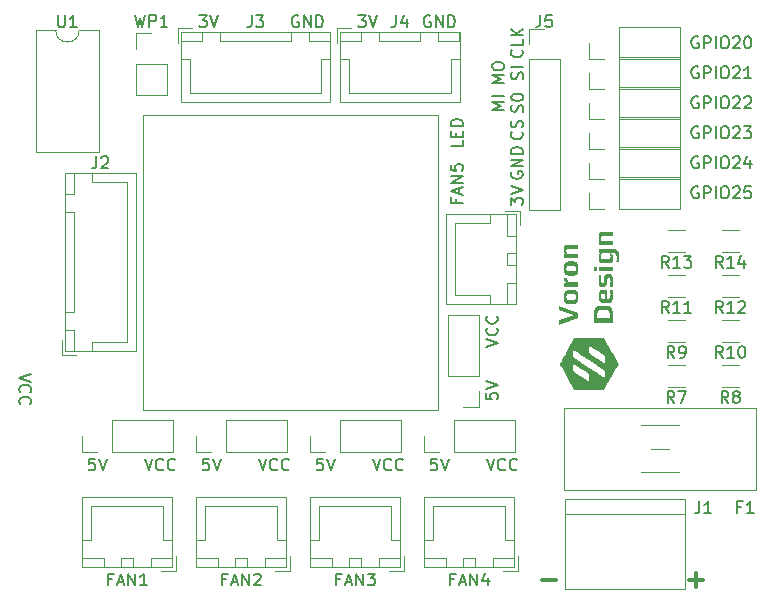
<source format=gto>
G04 #@! TF.GenerationSoftware,KiCad,Pcbnew,7.0.6-0*
G04 #@! TF.CreationDate,2023-08-09T22:14:15+01:00*
G04 #@! TF.ProjectId,Klipper Fan Hat,4b6c6970-7065-4722-9046-616e20486174,V2*
G04 #@! TF.SameCoordinates,Original*
G04 #@! TF.FileFunction,Legend,Top*
G04 #@! TF.FilePolarity,Positive*
%FSLAX46Y46*%
G04 Gerber Fmt 4.6, Leading zero omitted, Abs format (unit mm)*
G04 Created by KiCad (PCBNEW 7.0.6-0) date 2023-08-09 22:14:15*
%MOMM*%
%LPD*%
G01*
G04 APERTURE LIST*
%ADD10C,0.120000*%
%ADD11C,0.150000*%
%ADD12C,0.300000*%
%ADD13C,0.250000*%
G04 APERTURE END LIST*
D10*
X112000000Y-59614000D02*
X137000000Y-59614000D01*
X137000000Y-84614000D01*
X112000000Y-84614000D01*
X112000000Y-59614000D01*
D11*
X142575819Y-59169427D02*
X141575819Y-59169427D01*
X141575819Y-59169427D02*
X142290104Y-58836094D01*
X142290104Y-58836094D02*
X141575819Y-58502761D01*
X141575819Y-58502761D02*
X142575819Y-58502761D01*
X142575819Y-58026570D02*
X141575819Y-58026570D01*
X144138200Y-59359904D02*
X144185819Y-59217047D01*
X144185819Y-59217047D02*
X144185819Y-58978952D01*
X144185819Y-58978952D02*
X144138200Y-58883714D01*
X144138200Y-58883714D02*
X144090580Y-58836095D01*
X144090580Y-58836095D02*
X143995342Y-58788476D01*
X143995342Y-58788476D02*
X143900104Y-58788476D01*
X143900104Y-58788476D02*
X143804866Y-58836095D01*
X143804866Y-58836095D02*
X143757247Y-58883714D01*
X143757247Y-58883714D02*
X143709628Y-58978952D01*
X143709628Y-58978952D02*
X143662009Y-59169428D01*
X143662009Y-59169428D02*
X143614390Y-59264666D01*
X143614390Y-59264666D02*
X143566771Y-59312285D01*
X143566771Y-59312285D02*
X143471533Y-59359904D01*
X143471533Y-59359904D02*
X143376295Y-59359904D01*
X143376295Y-59359904D02*
X143281057Y-59312285D01*
X143281057Y-59312285D02*
X143233438Y-59264666D01*
X143233438Y-59264666D02*
X143185819Y-59169428D01*
X143185819Y-59169428D02*
X143185819Y-58931333D01*
X143185819Y-58931333D02*
X143233438Y-58788476D01*
X143185819Y-58169428D02*
X143185819Y-58074190D01*
X143185819Y-58074190D02*
X143233438Y-57978952D01*
X143233438Y-57978952D02*
X143281057Y-57931333D01*
X143281057Y-57931333D02*
X143376295Y-57883714D01*
X143376295Y-57883714D02*
X143566771Y-57836095D01*
X143566771Y-57836095D02*
X143804866Y-57836095D01*
X143804866Y-57836095D02*
X143995342Y-57883714D01*
X143995342Y-57883714D02*
X144090580Y-57931333D01*
X144090580Y-57931333D02*
X144138200Y-57978952D01*
X144138200Y-57978952D02*
X144185819Y-58074190D01*
X144185819Y-58074190D02*
X144185819Y-58169428D01*
X144185819Y-58169428D02*
X144138200Y-58264666D01*
X144138200Y-58264666D02*
X144090580Y-58312285D01*
X144090580Y-58312285D02*
X143995342Y-58359904D01*
X143995342Y-58359904D02*
X143804866Y-58407523D01*
X143804866Y-58407523D02*
X143566771Y-58407523D01*
X143566771Y-58407523D02*
X143376295Y-58359904D01*
X143376295Y-58359904D02*
X143281057Y-58312285D01*
X143281057Y-58312285D02*
X143233438Y-58264666D01*
X143233438Y-58264666D02*
X143185819Y-58169428D01*
X141087922Y-88709819D02*
X141421255Y-89709819D01*
X141421255Y-89709819D02*
X141754588Y-88709819D01*
X142659350Y-89614580D02*
X142611731Y-89662200D01*
X142611731Y-89662200D02*
X142468874Y-89709819D01*
X142468874Y-89709819D02*
X142373636Y-89709819D01*
X142373636Y-89709819D02*
X142230779Y-89662200D01*
X142230779Y-89662200D02*
X142135541Y-89566961D01*
X142135541Y-89566961D02*
X142087922Y-89471723D01*
X142087922Y-89471723D02*
X142040303Y-89281247D01*
X142040303Y-89281247D02*
X142040303Y-89138390D01*
X142040303Y-89138390D02*
X142087922Y-88947914D01*
X142087922Y-88947914D02*
X142135541Y-88852676D01*
X142135541Y-88852676D02*
X142230779Y-88757438D01*
X142230779Y-88757438D02*
X142373636Y-88709819D01*
X142373636Y-88709819D02*
X142468874Y-88709819D01*
X142468874Y-88709819D02*
X142611731Y-88757438D01*
X142611731Y-88757438D02*
X142659350Y-88805057D01*
X143659350Y-89614580D02*
X143611731Y-89662200D01*
X143611731Y-89662200D02*
X143468874Y-89709819D01*
X143468874Y-89709819D02*
X143373636Y-89709819D01*
X143373636Y-89709819D02*
X143230779Y-89662200D01*
X143230779Y-89662200D02*
X143135541Y-89566961D01*
X143135541Y-89566961D02*
X143087922Y-89471723D01*
X143087922Y-89471723D02*
X143040303Y-89281247D01*
X143040303Y-89281247D02*
X143040303Y-89138390D01*
X143040303Y-89138390D02*
X143087922Y-88947914D01*
X143087922Y-88947914D02*
X143135541Y-88852676D01*
X143135541Y-88852676D02*
X143230779Y-88757438D01*
X143230779Y-88757438D02*
X143373636Y-88709819D01*
X143373636Y-88709819D02*
X143468874Y-88709819D01*
X143468874Y-88709819D02*
X143611731Y-88757438D01*
X143611731Y-88757438D02*
X143659350Y-88805057D01*
X107924969Y-88709819D02*
X107448779Y-88709819D01*
X107448779Y-88709819D02*
X107401160Y-89186009D01*
X107401160Y-89186009D02*
X107448779Y-89138390D01*
X107448779Y-89138390D02*
X107544017Y-89090771D01*
X107544017Y-89090771D02*
X107782112Y-89090771D01*
X107782112Y-89090771D02*
X107877350Y-89138390D01*
X107877350Y-89138390D02*
X107924969Y-89186009D01*
X107924969Y-89186009D02*
X107972588Y-89281247D01*
X107972588Y-89281247D02*
X107972588Y-89519342D01*
X107972588Y-89519342D02*
X107924969Y-89614580D01*
X107924969Y-89614580D02*
X107877350Y-89662200D01*
X107877350Y-89662200D02*
X107782112Y-89709819D01*
X107782112Y-89709819D02*
X107544017Y-89709819D01*
X107544017Y-89709819D02*
X107448779Y-89662200D01*
X107448779Y-89662200D02*
X107401160Y-89614580D01*
X108258303Y-88709819D02*
X108591636Y-89709819D01*
X108591636Y-89709819D02*
X108924969Y-88709819D01*
D12*
X146943489Y-98975400D02*
X145800632Y-98975400D01*
D11*
X125146095Y-51242438D02*
X125050857Y-51194819D01*
X125050857Y-51194819D02*
X124908000Y-51194819D01*
X124908000Y-51194819D02*
X124765143Y-51242438D01*
X124765143Y-51242438D02*
X124669905Y-51337676D01*
X124669905Y-51337676D02*
X124622286Y-51432914D01*
X124622286Y-51432914D02*
X124574667Y-51623390D01*
X124574667Y-51623390D02*
X124574667Y-51766247D01*
X124574667Y-51766247D02*
X124622286Y-51956723D01*
X124622286Y-51956723D02*
X124669905Y-52051961D01*
X124669905Y-52051961D02*
X124765143Y-52147200D01*
X124765143Y-52147200D02*
X124908000Y-52194819D01*
X124908000Y-52194819D02*
X125003238Y-52194819D01*
X125003238Y-52194819D02*
X125146095Y-52147200D01*
X125146095Y-52147200D02*
X125193714Y-52099580D01*
X125193714Y-52099580D02*
X125193714Y-51766247D01*
X125193714Y-51766247D02*
X125003238Y-51766247D01*
X125622286Y-52194819D02*
X125622286Y-51194819D01*
X125622286Y-51194819D02*
X126193714Y-52194819D01*
X126193714Y-52194819D02*
X126193714Y-51194819D01*
X126669905Y-52194819D02*
X126669905Y-51194819D01*
X126669905Y-51194819D02*
X126908000Y-51194819D01*
X126908000Y-51194819D02*
X127050857Y-51242438D01*
X127050857Y-51242438D02*
X127146095Y-51337676D01*
X127146095Y-51337676D02*
X127193714Y-51432914D01*
X127193714Y-51432914D02*
X127241333Y-51623390D01*
X127241333Y-51623390D02*
X127241333Y-51766247D01*
X127241333Y-51766247D02*
X127193714Y-51956723D01*
X127193714Y-51956723D02*
X127146095Y-52051961D01*
X127146095Y-52051961D02*
X127050857Y-52147200D01*
X127050857Y-52147200D02*
X126908000Y-52194819D01*
X126908000Y-52194819D02*
X126669905Y-52194819D01*
X112131922Y-88709819D02*
X112465255Y-89709819D01*
X112465255Y-89709819D02*
X112798588Y-88709819D01*
X113703350Y-89614580D02*
X113655731Y-89662200D01*
X113655731Y-89662200D02*
X113512874Y-89709819D01*
X113512874Y-89709819D02*
X113417636Y-89709819D01*
X113417636Y-89709819D02*
X113274779Y-89662200D01*
X113274779Y-89662200D02*
X113179541Y-89566961D01*
X113179541Y-89566961D02*
X113131922Y-89471723D01*
X113131922Y-89471723D02*
X113084303Y-89281247D01*
X113084303Y-89281247D02*
X113084303Y-89138390D01*
X113084303Y-89138390D02*
X113131922Y-88947914D01*
X113131922Y-88947914D02*
X113179541Y-88852676D01*
X113179541Y-88852676D02*
X113274779Y-88757438D01*
X113274779Y-88757438D02*
X113417636Y-88709819D01*
X113417636Y-88709819D02*
X113512874Y-88709819D01*
X113512874Y-88709819D02*
X113655731Y-88757438D01*
X113655731Y-88757438D02*
X113703350Y-88805057D01*
X114703350Y-89614580D02*
X114655731Y-89662200D01*
X114655731Y-89662200D02*
X114512874Y-89709819D01*
X114512874Y-89709819D02*
X114417636Y-89709819D01*
X114417636Y-89709819D02*
X114274779Y-89662200D01*
X114274779Y-89662200D02*
X114179541Y-89566961D01*
X114179541Y-89566961D02*
X114131922Y-89471723D01*
X114131922Y-89471723D02*
X114084303Y-89281247D01*
X114084303Y-89281247D02*
X114084303Y-89138390D01*
X114084303Y-89138390D02*
X114131922Y-88947914D01*
X114131922Y-88947914D02*
X114179541Y-88852676D01*
X114179541Y-88852676D02*
X114274779Y-88757438D01*
X114274779Y-88757438D02*
X114417636Y-88709819D01*
X114417636Y-88709819D02*
X114512874Y-88709819D01*
X114512874Y-88709819D02*
X114655731Y-88757438D01*
X114655731Y-88757438D02*
X114703350Y-88805057D01*
X139062819Y-61780857D02*
X139062819Y-62257047D01*
X139062819Y-62257047D02*
X138062819Y-62257047D01*
X138539009Y-61447523D02*
X138539009Y-61114190D01*
X139062819Y-60971333D02*
X139062819Y-61447523D01*
X139062819Y-61447523D02*
X138062819Y-61447523D01*
X138062819Y-61447523D02*
X138062819Y-60971333D01*
X139062819Y-60542761D02*
X138062819Y-60542761D01*
X138062819Y-60542761D02*
X138062819Y-60304666D01*
X138062819Y-60304666D02*
X138110438Y-60161809D01*
X138110438Y-60161809D02*
X138205676Y-60066571D01*
X138205676Y-60066571D02*
X138300914Y-60018952D01*
X138300914Y-60018952D02*
X138491390Y-59971333D01*
X138491390Y-59971333D02*
X138634247Y-59971333D01*
X138634247Y-59971333D02*
X138824723Y-60018952D01*
X138824723Y-60018952D02*
X138919961Y-60066571D01*
X138919961Y-60066571D02*
X139015200Y-60161809D01*
X139015200Y-60161809D02*
X139062819Y-60304666D01*
X139062819Y-60304666D02*
X139062819Y-60542761D01*
X143142819Y-67233904D02*
X143142819Y-66614857D01*
X143142819Y-66614857D02*
X143523771Y-66948190D01*
X143523771Y-66948190D02*
X143523771Y-66805333D01*
X143523771Y-66805333D02*
X143571390Y-66710095D01*
X143571390Y-66710095D02*
X143619009Y-66662476D01*
X143619009Y-66662476D02*
X143714247Y-66614857D01*
X143714247Y-66614857D02*
X143952342Y-66614857D01*
X143952342Y-66614857D02*
X144047580Y-66662476D01*
X144047580Y-66662476D02*
X144095200Y-66710095D01*
X144095200Y-66710095D02*
X144142819Y-66805333D01*
X144142819Y-66805333D02*
X144142819Y-67091047D01*
X144142819Y-67091047D02*
X144095200Y-67186285D01*
X144095200Y-67186285D02*
X144047580Y-67233904D01*
X143142819Y-66329142D02*
X144142819Y-65995809D01*
X144142819Y-65995809D02*
X143142819Y-65662476D01*
D12*
X159389489Y-98975400D02*
X158246632Y-98975400D01*
X158818060Y-99546828D02*
X158818060Y-98403971D01*
D11*
X130226095Y-51194819D02*
X130845142Y-51194819D01*
X130845142Y-51194819D02*
X130511809Y-51575771D01*
X130511809Y-51575771D02*
X130654666Y-51575771D01*
X130654666Y-51575771D02*
X130749904Y-51623390D01*
X130749904Y-51623390D02*
X130797523Y-51671009D01*
X130797523Y-51671009D02*
X130845142Y-51766247D01*
X130845142Y-51766247D02*
X130845142Y-52004342D01*
X130845142Y-52004342D02*
X130797523Y-52099580D01*
X130797523Y-52099580D02*
X130749904Y-52147200D01*
X130749904Y-52147200D02*
X130654666Y-52194819D01*
X130654666Y-52194819D02*
X130368952Y-52194819D01*
X130368952Y-52194819D02*
X130273714Y-52147200D01*
X130273714Y-52147200D02*
X130226095Y-52099580D01*
X131130857Y-51194819D02*
X131464190Y-52194819D01*
X131464190Y-52194819D02*
X131797523Y-51194819D01*
X142575819Y-56915142D02*
X141575819Y-56915142D01*
X141575819Y-56915142D02*
X142290104Y-56581809D01*
X142290104Y-56581809D02*
X141575819Y-56248476D01*
X141575819Y-56248476D02*
X142575819Y-56248476D01*
X141575819Y-55581809D02*
X141575819Y-55391333D01*
X141575819Y-55391333D02*
X141623438Y-55296095D01*
X141623438Y-55296095D02*
X141718676Y-55200857D01*
X141718676Y-55200857D02*
X141909152Y-55153238D01*
X141909152Y-55153238D02*
X142242485Y-55153238D01*
X142242485Y-55153238D02*
X142432961Y-55200857D01*
X142432961Y-55200857D02*
X142528200Y-55296095D01*
X142528200Y-55296095D02*
X142575819Y-55391333D01*
X142575819Y-55391333D02*
X142575819Y-55581809D01*
X142575819Y-55581809D02*
X142528200Y-55677047D01*
X142528200Y-55677047D02*
X142432961Y-55772285D01*
X142432961Y-55772285D02*
X142242485Y-55819904D01*
X142242485Y-55819904D02*
X141909152Y-55819904D01*
X141909152Y-55819904D02*
X141718676Y-55772285D01*
X141718676Y-55772285D02*
X141623438Y-55677047D01*
X141623438Y-55677047D02*
X141575819Y-55581809D01*
X144138200Y-56581808D02*
X144185819Y-56438951D01*
X144185819Y-56438951D02*
X144185819Y-56200856D01*
X144185819Y-56200856D02*
X144138200Y-56105618D01*
X144138200Y-56105618D02*
X144090580Y-56057999D01*
X144090580Y-56057999D02*
X143995342Y-56010380D01*
X143995342Y-56010380D02*
X143900104Y-56010380D01*
X143900104Y-56010380D02*
X143804866Y-56057999D01*
X143804866Y-56057999D02*
X143757247Y-56105618D01*
X143757247Y-56105618D02*
X143709628Y-56200856D01*
X143709628Y-56200856D02*
X143662009Y-56391332D01*
X143662009Y-56391332D02*
X143614390Y-56486570D01*
X143614390Y-56486570D02*
X143566771Y-56534189D01*
X143566771Y-56534189D02*
X143471533Y-56581808D01*
X143471533Y-56581808D02*
X143376295Y-56581808D01*
X143376295Y-56581808D02*
X143281057Y-56534189D01*
X143281057Y-56534189D02*
X143233438Y-56486570D01*
X143233438Y-56486570D02*
X143185819Y-56391332D01*
X143185819Y-56391332D02*
X143185819Y-56153237D01*
X143185819Y-56153237D02*
X143233438Y-56010380D01*
X144185819Y-55581808D02*
X143185819Y-55581808D01*
X141033819Y-79232077D02*
X142033819Y-78898744D01*
X142033819Y-78898744D02*
X141033819Y-78565411D01*
X141938580Y-77660649D02*
X141986200Y-77708268D01*
X141986200Y-77708268D02*
X142033819Y-77851125D01*
X142033819Y-77851125D02*
X142033819Y-77946363D01*
X142033819Y-77946363D02*
X141986200Y-78089220D01*
X141986200Y-78089220D02*
X141890961Y-78184458D01*
X141890961Y-78184458D02*
X141795723Y-78232077D01*
X141795723Y-78232077D02*
X141605247Y-78279696D01*
X141605247Y-78279696D02*
X141462390Y-78279696D01*
X141462390Y-78279696D02*
X141271914Y-78232077D01*
X141271914Y-78232077D02*
X141176676Y-78184458D01*
X141176676Y-78184458D02*
X141081438Y-78089220D01*
X141081438Y-78089220D02*
X141033819Y-77946363D01*
X141033819Y-77946363D02*
X141033819Y-77851125D01*
X141033819Y-77851125D02*
X141081438Y-77708268D01*
X141081438Y-77708268D02*
X141129057Y-77660649D01*
X141938580Y-76660649D02*
X141986200Y-76708268D01*
X141986200Y-76708268D02*
X142033819Y-76851125D01*
X142033819Y-76851125D02*
X142033819Y-76946363D01*
X142033819Y-76946363D02*
X141986200Y-77089220D01*
X141986200Y-77089220D02*
X141890961Y-77184458D01*
X141890961Y-77184458D02*
X141795723Y-77232077D01*
X141795723Y-77232077D02*
X141605247Y-77279696D01*
X141605247Y-77279696D02*
X141462390Y-77279696D01*
X141462390Y-77279696D02*
X141271914Y-77232077D01*
X141271914Y-77232077D02*
X141176676Y-77184458D01*
X141176676Y-77184458D02*
X141081438Y-77089220D01*
X141081438Y-77089220D02*
X141033819Y-76946363D01*
X141033819Y-76946363D02*
X141033819Y-76851125D01*
X141033819Y-76851125D02*
X141081438Y-76708268D01*
X141081438Y-76708268D02*
X141129057Y-76660649D01*
X127228969Y-88709819D02*
X126752779Y-88709819D01*
X126752779Y-88709819D02*
X126705160Y-89186009D01*
X126705160Y-89186009D02*
X126752779Y-89138390D01*
X126752779Y-89138390D02*
X126848017Y-89090771D01*
X126848017Y-89090771D02*
X127086112Y-89090771D01*
X127086112Y-89090771D02*
X127181350Y-89138390D01*
X127181350Y-89138390D02*
X127228969Y-89186009D01*
X127228969Y-89186009D02*
X127276588Y-89281247D01*
X127276588Y-89281247D02*
X127276588Y-89519342D01*
X127276588Y-89519342D02*
X127228969Y-89614580D01*
X127228969Y-89614580D02*
X127181350Y-89662200D01*
X127181350Y-89662200D02*
X127086112Y-89709819D01*
X127086112Y-89709819D02*
X126848017Y-89709819D01*
X126848017Y-89709819D02*
X126752779Y-89662200D01*
X126752779Y-89662200D02*
X126705160Y-89614580D01*
X127562303Y-88709819D02*
X127895636Y-89709819D01*
X127895636Y-89709819D02*
X128228969Y-88709819D01*
X102527180Y-81524922D02*
X101527180Y-81858255D01*
X101527180Y-81858255D02*
X102527180Y-82191588D01*
X101622419Y-83096350D02*
X101574800Y-83048731D01*
X101574800Y-83048731D02*
X101527180Y-82905874D01*
X101527180Y-82905874D02*
X101527180Y-82810636D01*
X101527180Y-82810636D02*
X101574800Y-82667779D01*
X101574800Y-82667779D02*
X101670038Y-82572541D01*
X101670038Y-82572541D02*
X101765276Y-82524922D01*
X101765276Y-82524922D02*
X101955752Y-82477303D01*
X101955752Y-82477303D02*
X102098609Y-82477303D01*
X102098609Y-82477303D02*
X102289085Y-82524922D01*
X102289085Y-82524922D02*
X102384323Y-82572541D01*
X102384323Y-82572541D02*
X102479561Y-82667779D01*
X102479561Y-82667779D02*
X102527180Y-82810636D01*
X102527180Y-82810636D02*
X102527180Y-82905874D01*
X102527180Y-82905874D02*
X102479561Y-83048731D01*
X102479561Y-83048731D02*
X102431942Y-83096350D01*
X101622419Y-84096350D02*
X101574800Y-84048731D01*
X101574800Y-84048731D02*
X101527180Y-83905874D01*
X101527180Y-83905874D02*
X101527180Y-83810636D01*
X101527180Y-83810636D02*
X101574800Y-83667779D01*
X101574800Y-83667779D02*
X101670038Y-83572541D01*
X101670038Y-83572541D02*
X101765276Y-83524922D01*
X101765276Y-83524922D02*
X101955752Y-83477303D01*
X101955752Y-83477303D02*
X102098609Y-83477303D01*
X102098609Y-83477303D02*
X102289085Y-83524922D01*
X102289085Y-83524922D02*
X102384323Y-83572541D01*
X102384323Y-83572541D02*
X102479561Y-83667779D01*
X102479561Y-83667779D02*
X102527180Y-83810636D01*
X102527180Y-83810636D02*
X102527180Y-83905874D01*
X102527180Y-83905874D02*
X102479561Y-84048731D01*
X102479561Y-84048731D02*
X102431942Y-84096350D01*
X144047580Y-61050666D02*
X144095200Y-61098285D01*
X144095200Y-61098285D02*
X144142819Y-61241142D01*
X144142819Y-61241142D02*
X144142819Y-61336380D01*
X144142819Y-61336380D02*
X144095200Y-61479237D01*
X144095200Y-61479237D02*
X143999961Y-61574475D01*
X143999961Y-61574475D02*
X143904723Y-61622094D01*
X143904723Y-61622094D02*
X143714247Y-61669713D01*
X143714247Y-61669713D02*
X143571390Y-61669713D01*
X143571390Y-61669713D02*
X143380914Y-61622094D01*
X143380914Y-61622094D02*
X143285676Y-61574475D01*
X143285676Y-61574475D02*
X143190438Y-61479237D01*
X143190438Y-61479237D02*
X143142819Y-61336380D01*
X143142819Y-61336380D02*
X143142819Y-61241142D01*
X143142819Y-61241142D02*
X143190438Y-61098285D01*
X143190438Y-61098285D02*
X143238057Y-61050666D01*
X144095200Y-60669713D02*
X144142819Y-60526856D01*
X144142819Y-60526856D02*
X144142819Y-60288761D01*
X144142819Y-60288761D02*
X144095200Y-60193523D01*
X144095200Y-60193523D02*
X144047580Y-60145904D01*
X144047580Y-60145904D02*
X143952342Y-60098285D01*
X143952342Y-60098285D02*
X143857104Y-60098285D01*
X143857104Y-60098285D02*
X143761866Y-60145904D01*
X143761866Y-60145904D02*
X143714247Y-60193523D01*
X143714247Y-60193523D02*
X143666628Y-60288761D01*
X143666628Y-60288761D02*
X143619009Y-60479237D01*
X143619009Y-60479237D02*
X143571390Y-60574475D01*
X143571390Y-60574475D02*
X143523771Y-60622094D01*
X143523771Y-60622094D02*
X143428533Y-60669713D01*
X143428533Y-60669713D02*
X143333295Y-60669713D01*
X143333295Y-60669713D02*
X143238057Y-60622094D01*
X143238057Y-60622094D02*
X143190438Y-60574475D01*
X143190438Y-60574475D02*
X143142819Y-60479237D01*
X143142819Y-60479237D02*
X143142819Y-60241142D01*
X143142819Y-60241142D02*
X143190438Y-60098285D01*
X141033819Y-83185030D02*
X141033819Y-83661220D01*
X141033819Y-83661220D02*
X141510009Y-83708839D01*
X141510009Y-83708839D02*
X141462390Y-83661220D01*
X141462390Y-83661220D02*
X141414771Y-83565982D01*
X141414771Y-83565982D02*
X141414771Y-83327887D01*
X141414771Y-83327887D02*
X141462390Y-83232649D01*
X141462390Y-83232649D02*
X141510009Y-83185030D01*
X141510009Y-83185030D02*
X141605247Y-83137411D01*
X141605247Y-83137411D02*
X141843342Y-83137411D01*
X141843342Y-83137411D02*
X141938580Y-83185030D01*
X141938580Y-83185030D02*
X141986200Y-83232649D01*
X141986200Y-83232649D02*
X142033819Y-83327887D01*
X142033819Y-83327887D02*
X142033819Y-83565982D01*
X142033819Y-83565982D02*
X141986200Y-83661220D01*
X141986200Y-83661220D02*
X141938580Y-83708839D01*
X141033819Y-82851696D02*
X142033819Y-82518363D01*
X142033819Y-82518363D02*
X141033819Y-82185030D01*
X116764095Y-51194819D02*
X117383142Y-51194819D01*
X117383142Y-51194819D02*
X117049809Y-51575771D01*
X117049809Y-51575771D02*
X117192666Y-51575771D01*
X117192666Y-51575771D02*
X117287904Y-51623390D01*
X117287904Y-51623390D02*
X117335523Y-51671009D01*
X117335523Y-51671009D02*
X117383142Y-51766247D01*
X117383142Y-51766247D02*
X117383142Y-52004342D01*
X117383142Y-52004342D02*
X117335523Y-52099580D01*
X117335523Y-52099580D02*
X117287904Y-52147200D01*
X117287904Y-52147200D02*
X117192666Y-52194819D01*
X117192666Y-52194819D02*
X116906952Y-52194819D01*
X116906952Y-52194819D02*
X116811714Y-52147200D01*
X116811714Y-52147200D02*
X116764095Y-52099580D01*
X117668857Y-51194819D02*
X118002190Y-52194819D01*
X118002190Y-52194819D02*
X118335523Y-51194819D01*
X136322095Y-51242438D02*
X136226857Y-51194819D01*
X136226857Y-51194819D02*
X136084000Y-51194819D01*
X136084000Y-51194819D02*
X135941143Y-51242438D01*
X135941143Y-51242438D02*
X135845905Y-51337676D01*
X135845905Y-51337676D02*
X135798286Y-51432914D01*
X135798286Y-51432914D02*
X135750667Y-51623390D01*
X135750667Y-51623390D02*
X135750667Y-51766247D01*
X135750667Y-51766247D02*
X135798286Y-51956723D01*
X135798286Y-51956723D02*
X135845905Y-52051961D01*
X135845905Y-52051961D02*
X135941143Y-52147200D01*
X135941143Y-52147200D02*
X136084000Y-52194819D01*
X136084000Y-52194819D02*
X136179238Y-52194819D01*
X136179238Y-52194819D02*
X136322095Y-52147200D01*
X136322095Y-52147200D02*
X136369714Y-52099580D01*
X136369714Y-52099580D02*
X136369714Y-51766247D01*
X136369714Y-51766247D02*
X136179238Y-51766247D01*
X136798286Y-52194819D02*
X136798286Y-51194819D01*
X136798286Y-51194819D02*
X137369714Y-52194819D01*
X137369714Y-52194819D02*
X137369714Y-51194819D01*
X137845905Y-52194819D02*
X137845905Y-51194819D01*
X137845905Y-51194819D02*
X138084000Y-51194819D01*
X138084000Y-51194819D02*
X138226857Y-51242438D01*
X138226857Y-51242438D02*
X138322095Y-51337676D01*
X138322095Y-51337676D02*
X138369714Y-51432914D01*
X138369714Y-51432914D02*
X138417333Y-51623390D01*
X138417333Y-51623390D02*
X138417333Y-51766247D01*
X138417333Y-51766247D02*
X138369714Y-51956723D01*
X138369714Y-51956723D02*
X138322095Y-52051961D01*
X138322095Y-52051961D02*
X138226857Y-52147200D01*
X138226857Y-52147200D02*
X138084000Y-52194819D01*
X138084000Y-52194819D02*
X137845905Y-52194819D01*
X117576969Y-88709819D02*
X117100779Y-88709819D01*
X117100779Y-88709819D02*
X117053160Y-89186009D01*
X117053160Y-89186009D02*
X117100779Y-89138390D01*
X117100779Y-89138390D02*
X117196017Y-89090771D01*
X117196017Y-89090771D02*
X117434112Y-89090771D01*
X117434112Y-89090771D02*
X117529350Y-89138390D01*
X117529350Y-89138390D02*
X117576969Y-89186009D01*
X117576969Y-89186009D02*
X117624588Y-89281247D01*
X117624588Y-89281247D02*
X117624588Y-89519342D01*
X117624588Y-89519342D02*
X117576969Y-89614580D01*
X117576969Y-89614580D02*
X117529350Y-89662200D01*
X117529350Y-89662200D02*
X117434112Y-89709819D01*
X117434112Y-89709819D02*
X117196017Y-89709819D01*
X117196017Y-89709819D02*
X117100779Y-89662200D01*
X117100779Y-89662200D02*
X117053160Y-89614580D01*
X117910303Y-88709819D02*
X118243636Y-89709819D01*
X118243636Y-89709819D02*
X118576969Y-88709819D01*
X131435922Y-88709819D02*
X131769255Y-89709819D01*
X131769255Y-89709819D02*
X132102588Y-88709819D01*
X133007350Y-89614580D02*
X132959731Y-89662200D01*
X132959731Y-89662200D02*
X132816874Y-89709819D01*
X132816874Y-89709819D02*
X132721636Y-89709819D01*
X132721636Y-89709819D02*
X132578779Y-89662200D01*
X132578779Y-89662200D02*
X132483541Y-89566961D01*
X132483541Y-89566961D02*
X132435922Y-89471723D01*
X132435922Y-89471723D02*
X132388303Y-89281247D01*
X132388303Y-89281247D02*
X132388303Y-89138390D01*
X132388303Y-89138390D02*
X132435922Y-88947914D01*
X132435922Y-88947914D02*
X132483541Y-88852676D01*
X132483541Y-88852676D02*
X132578779Y-88757438D01*
X132578779Y-88757438D02*
X132721636Y-88709819D01*
X132721636Y-88709819D02*
X132816874Y-88709819D01*
X132816874Y-88709819D02*
X132959731Y-88757438D01*
X132959731Y-88757438D02*
X133007350Y-88805057D01*
X134007350Y-89614580D02*
X133959731Y-89662200D01*
X133959731Y-89662200D02*
X133816874Y-89709819D01*
X133816874Y-89709819D02*
X133721636Y-89709819D01*
X133721636Y-89709819D02*
X133578779Y-89662200D01*
X133578779Y-89662200D02*
X133483541Y-89566961D01*
X133483541Y-89566961D02*
X133435922Y-89471723D01*
X133435922Y-89471723D02*
X133388303Y-89281247D01*
X133388303Y-89281247D02*
X133388303Y-89138390D01*
X133388303Y-89138390D02*
X133435922Y-88947914D01*
X133435922Y-88947914D02*
X133483541Y-88852676D01*
X133483541Y-88852676D02*
X133578779Y-88757438D01*
X133578779Y-88757438D02*
X133721636Y-88709819D01*
X133721636Y-88709819D02*
X133816874Y-88709819D01*
X133816874Y-88709819D02*
X133959731Y-88757438D01*
X133959731Y-88757438D02*
X134007350Y-88805057D01*
X144047580Y-54113238D02*
X144095200Y-54160857D01*
X144095200Y-54160857D02*
X144142819Y-54303714D01*
X144142819Y-54303714D02*
X144142819Y-54398952D01*
X144142819Y-54398952D02*
X144095200Y-54541809D01*
X144095200Y-54541809D02*
X143999961Y-54637047D01*
X143999961Y-54637047D02*
X143904723Y-54684666D01*
X143904723Y-54684666D02*
X143714247Y-54732285D01*
X143714247Y-54732285D02*
X143571390Y-54732285D01*
X143571390Y-54732285D02*
X143380914Y-54684666D01*
X143380914Y-54684666D02*
X143285676Y-54637047D01*
X143285676Y-54637047D02*
X143190438Y-54541809D01*
X143190438Y-54541809D02*
X143142819Y-54398952D01*
X143142819Y-54398952D02*
X143142819Y-54303714D01*
X143142819Y-54303714D02*
X143190438Y-54160857D01*
X143190438Y-54160857D02*
X143238057Y-54113238D01*
X144142819Y-53208476D02*
X144142819Y-53684666D01*
X144142819Y-53684666D02*
X143142819Y-53684666D01*
X144142819Y-52875142D02*
X143142819Y-52875142D01*
X144142819Y-52303714D02*
X143571390Y-52732285D01*
X143142819Y-52303714D02*
X143714247Y-52875142D01*
X121783922Y-88709819D02*
X122117255Y-89709819D01*
X122117255Y-89709819D02*
X122450588Y-88709819D01*
X123355350Y-89614580D02*
X123307731Y-89662200D01*
X123307731Y-89662200D02*
X123164874Y-89709819D01*
X123164874Y-89709819D02*
X123069636Y-89709819D01*
X123069636Y-89709819D02*
X122926779Y-89662200D01*
X122926779Y-89662200D02*
X122831541Y-89566961D01*
X122831541Y-89566961D02*
X122783922Y-89471723D01*
X122783922Y-89471723D02*
X122736303Y-89281247D01*
X122736303Y-89281247D02*
X122736303Y-89138390D01*
X122736303Y-89138390D02*
X122783922Y-88947914D01*
X122783922Y-88947914D02*
X122831541Y-88852676D01*
X122831541Y-88852676D02*
X122926779Y-88757438D01*
X122926779Y-88757438D02*
X123069636Y-88709819D01*
X123069636Y-88709819D02*
X123164874Y-88709819D01*
X123164874Y-88709819D02*
X123307731Y-88757438D01*
X123307731Y-88757438D02*
X123355350Y-88805057D01*
X124355350Y-89614580D02*
X124307731Y-89662200D01*
X124307731Y-89662200D02*
X124164874Y-89709819D01*
X124164874Y-89709819D02*
X124069636Y-89709819D01*
X124069636Y-89709819D02*
X123926779Y-89662200D01*
X123926779Y-89662200D02*
X123831541Y-89566961D01*
X123831541Y-89566961D02*
X123783922Y-89471723D01*
X123783922Y-89471723D02*
X123736303Y-89281247D01*
X123736303Y-89281247D02*
X123736303Y-89138390D01*
X123736303Y-89138390D02*
X123783922Y-88947914D01*
X123783922Y-88947914D02*
X123831541Y-88852676D01*
X123831541Y-88852676D02*
X123926779Y-88757438D01*
X123926779Y-88757438D02*
X124069636Y-88709819D01*
X124069636Y-88709819D02*
X124164874Y-88709819D01*
X124164874Y-88709819D02*
X124307731Y-88757438D01*
X124307731Y-88757438D02*
X124355350Y-88805057D01*
D13*
G36*
X147245899Y-77394000D02*
G01*
X147245899Y-77006752D01*
X148515351Y-76580610D01*
X148515351Y-76570779D01*
X147245899Y-76144636D01*
X147245899Y-75767220D01*
X148832501Y-76355357D01*
X148832501Y-76822960D01*
X147245899Y-77394000D01*
G37*
G36*
X148450230Y-74440377D02*
G01*
X148470128Y-74441313D01*
X148489560Y-74442872D01*
X148508526Y-74445054D01*
X148527026Y-74447861D01*
X148545061Y-74451290D01*
X148562629Y-74455344D01*
X148579732Y-74460021D01*
X148596369Y-74465322D01*
X148612540Y-74471246D01*
X148623062Y-74475542D01*
X148643225Y-74484738D01*
X148662252Y-74494589D01*
X148680144Y-74505094D01*
X148696900Y-74516254D01*
X148712521Y-74528068D01*
X148727007Y-74540537D01*
X148740357Y-74553660D01*
X148752572Y-74567438D01*
X148765142Y-74583665D01*
X148774642Y-74597893D01*
X148783648Y-74613231D01*
X148792160Y-74629676D01*
X148800178Y-74647231D01*
X148807701Y-74665894D01*
X148814730Y-74685666D01*
X148819678Y-74701222D01*
X148825802Y-74722226D01*
X148831352Y-74743136D01*
X148836327Y-74763953D01*
X148840728Y-74784677D01*
X148844555Y-74805307D01*
X148847808Y-74825843D01*
X148850486Y-74846286D01*
X148852589Y-74866636D01*
X148854292Y-74885469D01*
X148855768Y-74905211D01*
X148857017Y-74925861D01*
X148858039Y-74947419D01*
X148858834Y-74969885D01*
X148859281Y-74987331D01*
X148859600Y-75005288D01*
X148859792Y-75023756D01*
X148859856Y-75042735D01*
X148859792Y-75063069D01*
X148859600Y-75082721D01*
X148859281Y-75101688D01*
X148858834Y-75119972D01*
X148858259Y-75137572D01*
X148857294Y-75159975D01*
X148856102Y-75181162D01*
X148854683Y-75201134D01*
X148853037Y-75219891D01*
X148852589Y-75224390D01*
X148850539Y-75242282D01*
X148848021Y-75260481D01*
X148845036Y-75278987D01*
X148841583Y-75297801D01*
X148837663Y-75316921D01*
X148833275Y-75336349D01*
X148828420Y-75356084D01*
X148823097Y-75376126D01*
X148816679Y-75397604D01*
X148809607Y-75418014D01*
X148801880Y-75437355D01*
X148793498Y-75455627D01*
X148784462Y-75472831D01*
X148774771Y-75488966D01*
X148764426Y-75504033D01*
X148753427Y-75518031D01*
X148741406Y-75531228D01*
X148728209Y-75543890D01*
X148713837Y-75556019D01*
X148698289Y-75567613D01*
X148681566Y-75578672D01*
X148663668Y-75589198D01*
X148644594Y-75599189D01*
X148624345Y-75608645D01*
X148603608Y-75617261D01*
X148587345Y-75622968D01*
X148570474Y-75628030D01*
X148552994Y-75632445D01*
X148534906Y-75636214D01*
X148516209Y-75639337D01*
X148496903Y-75641814D01*
X148476989Y-75643645D01*
X148456467Y-75644830D01*
X148435335Y-75645368D01*
X148428156Y-75645404D01*
X148077668Y-75645404D01*
X148055884Y-75645081D01*
X148034612Y-75644112D01*
X148013850Y-75642496D01*
X147993599Y-75640235D01*
X147973859Y-75637327D01*
X147954630Y-75633773D01*
X147935911Y-75629573D01*
X147917704Y-75624727D01*
X147900008Y-75619235D01*
X147882822Y-75613097D01*
X147871649Y-75608645D01*
X147855409Y-75601562D01*
X147839868Y-75594095D01*
X147820233Y-75583542D01*
X147801840Y-75572309D01*
X147784690Y-75560395D01*
X147768782Y-75547799D01*
X147754116Y-75534522D01*
X147740692Y-75520564D01*
X147734446Y-75513330D01*
X147721690Y-75496487D01*
X147711966Y-75481841D01*
X147702669Y-75466153D01*
X147693800Y-75449424D01*
X147685359Y-75431652D01*
X147677344Y-75412839D01*
X147669758Y-75392984D01*
X147664348Y-75377408D01*
X147657623Y-75356311D01*
X147651552Y-75335334D01*
X147646136Y-75314477D01*
X147641374Y-75293740D01*
X147637267Y-75273123D01*
X147633814Y-75252627D01*
X147631016Y-75232251D01*
X147628872Y-75211995D01*
X147628872Y-75194674D01*
X147628872Y-75172047D01*
X147628872Y-75149955D01*
X147628872Y-75128397D01*
X147628872Y-75107373D01*
X147628872Y-75086883D01*
X147628872Y-75066928D01*
X147628872Y-75047506D01*
X147628872Y-75042735D01*
X147848568Y-75042735D01*
X147848722Y-75060172D01*
X147849528Y-75085001D01*
X147851026Y-75108238D01*
X147853215Y-75129881D01*
X147856095Y-75149932D01*
X147859666Y-75168389D01*
X147863929Y-75185254D01*
X147870687Y-75205263D01*
X147878675Y-75222440D01*
X147887891Y-75236786D01*
X147901497Y-75251562D01*
X147918003Y-75263834D01*
X147933297Y-75271848D01*
X147950447Y-75278259D01*
X147969454Y-75283068D01*
X147990318Y-75286273D01*
X148013038Y-75287876D01*
X148025095Y-75288077D01*
X148473464Y-75288077D01*
X148493384Y-75287565D01*
X148511740Y-75286031D01*
X148531700Y-75282841D01*
X148549407Y-75278177D01*
X148567215Y-75270876D01*
X148573908Y-75267133D01*
X148588009Y-75256518D01*
X148600392Y-75242998D01*
X148611057Y-75226575D01*
X148618831Y-75210186D01*
X148624345Y-75194898D01*
X148628901Y-75177546D01*
X148632684Y-75157816D01*
X148635155Y-75140318D01*
X148637132Y-75121297D01*
X148638615Y-75100754D01*
X148639603Y-75078688D01*
X148640020Y-75061140D01*
X148640159Y-75042735D01*
X148640020Y-75024333D01*
X148639603Y-75006796D01*
X148638615Y-74984757D01*
X148637132Y-74964254D01*
X148635155Y-74945287D01*
X148632684Y-74927856D01*
X148628901Y-74908227D01*
X148624345Y-74890999D01*
X148617623Y-74872832D01*
X148609638Y-74856798D01*
X148598728Y-74840789D01*
X148586100Y-74827685D01*
X148573908Y-74818764D01*
X148557415Y-74810603D01*
X148540835Y-74805204D01*
X148522002Y-74801277D01*
X148504585Y-74799129D01*
X148485604Y-74798004D01*
X148473464Y-74797820D01*
X148025095Y-74797820D01*
X148007184Y-74798275D01*
X147984928Y-74800295D01*
X147964529Y-74803931D01*
X147945986Y-74809184D01*
X147929299Y-74816053D01*
X147911052Y-74826912D01*
X147895706Y-74840296D01*
X147887891Y-74849539D01*
X147876563Y-74867779D01*
X147868883Y-74885557D01*
X147862431Y-74906167D01*
X147858399Y-74923483D01*
X147855058Y-74942392D01*
X147852408Y-74962893D01*
X147850450Y-74984987D01*
X147849183Y-75008674D01*
X147848607Y-75033954D01*
X147848568Y-75042735D01*
X147628872Y-75042735D01*
X147628928Y-75022052D01*
X147629097Y-75002158D01*
X147629379Y-74983053D01*
X147629773Y-74964736D01*
X147630280Y-74947209D01*
X147631132Y-74925066D01*
X147632184Y-74904326D01*
X147633436Y-74884989D01*
X147634889Y-74867053D01*
X147635283Y-74862789D01*
X147637066Y-74845698D01*
X147639424Y-74828194D01*
X147642356Y-74810276D01*
X147645862Y-74791943D01*
X147649942Y-74773196D01*
X147654597Y-74754036D01*
X147659827Y-74734461D01*
X147665630Y-74714472D01*
X147672669Y-74692974D01*
X147680323Y-74672504D01*
X147688591Y-74653063D01*
X147697473Y-74634651D01*
X147706970Y-74617266D01*
X147717082Y-74600911D01*
X147727807Y-74585584D01*
X147739147Y-74571285D01*
X147751302Y-74557748D01*
X147764686Y-74544704D01*
X147779299Y-74532155D01*
X147795140Y-74520101D01*
X147812210Y-74508540D01*
X147830509Y-74497474D01*
X147850037Y-74486902D01*
X147865490Y-74479297D01*
X147870794Y-74476824D01*
X147887528Y-74470255D01*
X147904870Y-74464332D01*
X147922820Y-74459055D01*
X147941380Y-74454424D01*
X147960547Y-74450440D01*
X147980324Y-74447101D01*
X148000709Y-74444409D01*
X148021702Y-74442363D01*
X148043304Y-74440963D01*
X148065515Y-74440209D01*
X148080660Y-74440065D01*
X148429866Y-74440065D01*
X148450230Y-74440377D01*
G37*
G36*
X147656227Y-74161384D02*
G01*
X147656227Y-73820727D01*
X147864383Y-73820727D01*
X147846814Y-73819600D01*
X147829371Y-73816219D01*
X147812053Y-73810584D01*
X147794860Y-73802695D01*
X147777792Y-73792552D01*
X147760849Y-73780155D01*
X147754107Y-73774565D01*
X147740931Y-73762517D01*
X147728328Y-73749667D01*
X147716300Y-73736016D01*
X147704847Y-73721564D01*
X147693967Y-73706310D01*
X147683662Y-73690255D01*
X147673932Y-73673399D01*
X147664775Y-73655741D01*
X147656361Y-73637602D01*
X147649068Y-73619516D01*
X147642897Y-73601484D01*
X147637848Y-73583506D01*
X147633921Y-73565581D01*
X147631116Y-73547709D01*
X147629433Y-73529891D01*
X147628872Y-73512126D01*
X147628872Y-73384753D01*
X147929779Y-73384753D01*
X147929779Y-73507424D01*
X147929959Y-73526081D01*
X147930500Y-73544116D01*
X147931402Y-73561530D01*
X147933430Y-73586487D01*
X147936270Y-73610046D01*
X147939922Y-73632208D01*
X147944385Y-73652972D01*
X147949659Y-73672339D01*
X147955745Y-73690309D01*
X147962642Y-73706880D01*
X147973101Y-73726803D01*
X147975941Y-73731395D01*
X147988323Y-73748325D01*
X148002601Y-73762998D01*
X148018777Y-73775413D01*
X148036849Y-73785571D01*
X148056818Y-73793472D01*
X148078683Y-73799115D01*
X148096327Y-73801866D01*
X148115038Y-73803347D01*
X148128104Y-73803630D01*
X148832501Y-73803630D01*
X148832501Y-74161384D01*
X147656227Y-74161384D01*
G37*
G36*
X148450230Y-72017732D02*
G01*
X148470128Y-72018668D01*
X148489560Y-72020227D01*
X148508526Y-72022409D01*
X148527026Y-72025216D01*
X148545061Y-72028646D01*
X148562629Y-72032699D01*
X148579732Y-72037376D01*
X148596369Y-72042677D01*
X148612540Y-72048601D01*
X148623062Y-72052897D01*
X148643225Y-72062093D01*
X148662252Y-72071944D01*
X148680144Y-72082449D01*
X148696900Y-72093609D01*
X148712521Y-72105423D01*
X148727007Y-72117892D01*
X148740357Y-72131016D01*
X148752572Y-72144793D01*
X148765142Y-72161020D01*
X148774642Y-72175249D01*
X148783648Y-72190586D01*
X148792160Y-72207032D01*
X148800178Y-72224586D01*
X148807701Y-72243249D01*
X148814730Y-72263021D01*
X148819678Y-72278577D01*
X148825802Y-72299581D01*
X148831352Y-72320492D01*
X148836327Y-72341309D01*
X148840728Y-72362032D01*
X148844555Y-72382662D01*
X148847808Y-72403198D01*
X148850486Y-72423641D01*
X148852589Y-72443991D01*
X148854292Y-72462824D01*
X148855768Y-72482566D01*
X148857017Y-72503216D01*
X148858039Y-72524774D01*
X148858834Y-72547241D01*
X148859281Y-72564687D01*
X148859600Y-72582643D01*
X148859792Y-72601111D01*
X148859856Y-72620090D01*
X148859792Y-72640425D01*
X148859600Y-72660076D01*
X148859281Y-72679043D01*
X148858834Y-72697327D01*
X148858259Y-72714927D01*
X148857294Y-72737330D01*
X148856102Y-72758518D01*
X148854683Y-72778490D01*
X148853037Y-72797246D01*
X148852589Y-72801745D01*
X148850539Y-72819637D01*
X148848021Y-72837836D01*
X148845036Y-72856342D01*
X148841583Y-72875156D01*
X148837663Y-72894276D01*
X148833275Y-72913704D01*
X148828420Y-72933439D01*
X148823097Y-72953481D01*
X148816679Y-72974959D01*
X148809607Y-72995369D01*
X148801880Y-73014710D01*
X148793498Y-73032982D01*
X148784462Y-73050186D01*
X148774771Y-73066322D01*
X148764426Y-73081388D01*
X148753427Y-73095386D01*
X148741406Y-73108583D01*
X148728209Y-73121246D01*
X148713837Y-73133374D01*
X148698289Y-73144968D01*
X148681566Y-73156027D01*
X148663668Y-73166553D01*
X148644594Y-73176544D01*
X148624345Y-73186001D01*
X148603608Y-73194616D01*
X148587345Y-73200323D01*
X148570474Y-73205385D01*
X148552994Y-73209800D01*
X148534906Y-73213569D01*
X148516209Y-73216692D01*
X148496903Y-73219169D01*
X148476989Y-73221000D01*
X148456467Y-73222185D01*
X148435335Y-73222723D01*
X148428156Y-73222759D01*
X148077668Y-73222759D01*
X148055884Y-73222436D01*
X148034612Y-73221467D01*
X148013850Y-73219851D01*
X147993599Y-73217590D01*
X147973859Y-73214682D01*
X147954630Y-73211128D01*
X147935911Y-73206929D01*
X147917704Y-73202082D01*
X147900008Y-73196590D01*
X147882822Y-73190452D01*
X147871649Y-73186001D01*
X147855409Y-73178917D01*
X147839868Y-73171450D01*
X147820233Y-73160898D01*
X147801840Y-73149664D01*
X147784690Y-73137750D01*
X147768782Y-73125154D01*
X147754116Y-73111877D01*
X147740692Y-73097919D01*
X147734446Y-73090685D01*
X147721690Y-73073842D01*
X147711966Y-73059196D01*
X147702669Y-73043509D01*
X147693800Y-73026779D01*
X147685359Y-73009007D01*
X147677344Y-72990194D01*
X147669758Y-72970339D01*
X147664348Y-72954764D01*
X147657623Y-72933666D01*
X147651552Y-72912689D01*
X147646136Y-72891832D01*
X147641374Y-72871095D01*
X147637267Y-72850479D01*
X147633814Y-72829982D01*
X147631016Y-72809606D01*
X147628872Y-72789350D01*
X147628872Y-72772029D01*
X147628872Y-72749403D01*
X147628872Y-72727310D01*
X147628872Y-72705752D01*
X147628872Y-72684728D01*
X147628872Y-72664238D01*
X147628872Y-72644283D01*
X147628872Y-72624862D01*
X147628872Y-72620090D01*
X147848568Y-72620090D01*
X147848722Y-72637527D01*
X147849528Y-72662357D01*
X147851026Y-72685593D01*
X147853215Y-72707236D01*
X147856095Y-72727287D01*
X147859666Y-72745744D01*
X147863929Y-72762609D01*
X147870687Y-72782618D01*
X147878675Y-72799795D01*
X147887891Y-72814141D01*
X147901497Y-72828917D01*
X147918003Y-72841189D01*
X147933297Y-72849203D01*
X147950447Y-72855614D01*
X147969454Y-72860423D01*
X147990318Y-72863629D01*
X148013038Y-72865231D01*
X148025095Y-72865432D01*
X148473464Y-72865432D01*
X148493384Y-72864920D01*
X148511740Y-72863387D01*
X148531700Y-72860196D01*
X148549407Y-72855533D01*
X148567215Y-72848231D01*
X148573908Y-72844488D01*
X148588009Y-72833873D01*
X148600392Y-72820354D01*
X148611057Y-72803930D01*
X148618831Y-72787541D01*
X148624345Y-72772253D01*
X148628901Y-72754902D01*
X148632684Y-72735171D01*
X148635155Y-72717673D01*
X148637132Y-72698653D01*
X148638615Y-72678109D01*
X148639603Y-72656044D01*
X148640020Y-72638495D01*
X148640159Y-72620090D01*
X148640020Y-72601688D01*
X148639603Y-72584151D01*
X148638615Y-72562112D01*
X148637132Y-72541609D01*
X148635155Y-72522642D01*
X148632684Y-72505211D01*
X148628901Y-72485582D01*
X148624345Y-72468354D01*
X148617623Y-72450187D01*
X148609638Y-72434153D01*
X148598728Y-72418145D01*
X148586100Y-72405040D01*
X148573908Y-72396119D01*
X148557415Y-72387958D01*
X148540835Y-72382559D01*
X148522002Y-72378632D01*
X148504585Y-72376484D01*
X148485604Y-72375359D01*
X148473464Y-72375175D01*
X148025095Y-72375175D01*
X148007184Y-72375630D01*
X147984928Y-72377650D01*
X147964529Y-72381287D01*
X147945986Y-72386539D01*
X147929299Y-72393408D01*
X147911052Y-72404267D01*
X147895706Y-72417651D01*
X147887891Y-72426894D01*
X147876563Y-72445134D01*
X147868883Y-72462913D01*
X147862431Y-72483523D01*
X147858399Y-72500838D01*
X147855058Y-72519747D01*
X147852408Y-72540248D01*
X147850450Y-72562342D01*
X147849183Y-72586029D01*
X147848607Y-72611309D01*
X147848568Y-72620090D01*
X147628872Y-72620090D01*
X147628928Y-72599407D01*
X147629097Y-72579513D01*
X147629379Y-72560408D01*
X147629773Y-72542091D01*
X147630280Y-72524564D01*
X147631132Y-72502422D01*
X147632184Y-72481681D01*
X147633436Y-72462344D01*
X147634889Y-72444409D01*
X147635283Y-72440144D01*
X147637066Y-72423054D01*
X147639424Y-72405549D01*
X147642356Y-72387631D01*
X147645862Y-72369298D01*
X147649942Y-72350552D01*
X147654597Y-72331391D01*
X147659827Y-72311816D01*
X147665630Y-72291827D01*
X147672669Y-72270329D01*
X147680323Y-72249860D01*
X147688591Y-72230419D01*
X147697473Y-72212006D01*
X147706970Y-72194622D01*
X147717082Y-72178266D01*
X147727807Y-72162939D01*
X147739147Y-72148640D01*
X147751302Y-72135103D01*
X147764686Y-72122060D01*
X147779299Y-72109511D01*
X147795140Y-72097456D01*
X147812210Y-72085895D01*
X147830509Y-72074829D01*
X147850037Y-72064257D01*
X147865490Y-72056652D01*
X147870794Y-72054179D01*
X147887528Y-72047610D01*
X147904870Y-72041687D01*
X147922820Y-72036410D01*
X147941380Y-72031779D01*
X147960547Y-72027795D01*
X147980324Y-72024456D01*
X148000709Y-72021764D01*
X148021702Y-72019718D01*
X148043304Y-72018318D01*
X148065515Y-72017564D01*
X148080660Y-72017421D01*
X148429866Y-72017421D01*
X148450230Y-72017732D01*
G37*
G36*
X147656227Y-71738740D02*
G01*
X147656227Y-71386114D01*
X147798132Y-71386114D01*
X147777636Y-71379721D01*
X147758462Y-71371014D01*
X147740610Y-71359993D01*
X147724081Y-71346657D01*
X147708874Y-71331008D01*
X147694989Y-71313044D01*
X147682427Y-71292767D01*
X147671187Y-71270175D01*
X147661269Y-71245269D01*
X147652674Y-71218049D01*
X147645401Y-71188515D01*
X147639451Y-71156667D01*
X147634822Y-71122505D01*
X147633004Y-71104556D01*
X147631516Y-71086028D01*
X147630359Y-71066922D01*
X147629533Y-71047238D01*
X147629037Y-71026975D01*
X147628872Y-71006133D01*
X147629191Y-70978187D01*
X147630147Y-70951303D01*
X147631742Y-70925480D01*
X147633974Y-70900719D01*
X147636844Y-70877021D01*
X147640352Y-70854384D01*
X147644498Y-70832809D01*
X147649281Y-70812296D01*
X147654703Y-70792845D01*
X147660762Y-70774455D01*
X147667459Y-70757128D01*
X147674793Y-70740863D01*
X147682766Y-70725659D01*
X147695920Y-70704844D01*
X147710510Y-70686419D01*
X147726640Y-70669996D01*
X147744415Y-70655189D01*
X147763836Y-70641997D01*
X147784902Y-70630420D01*
X147807613Y-70620458D01*
X147831970Y-70612112D01*
X147849123Y-70607446D01*
X147867006Y-70603497D01*
X147885621Y-70600266D01*
X147904967Y-70597754D01*
X147925044Y-70595959D01*
X147945852Y-70594882D01*
X147967392Y-70594523D01*
X148832501Y-70594523D01*
X148832501Y-70952278D01*
X148013982Y-70952278D01*
X147993568Y-70952612D01*
X147974804Y-70953613D01*
X147957688Y-70955283D01*
X147939325Y-70958168D01*
X147920903Y-70962750D01*
X147911827Y-70965955D01*
X147895959Y-70974290D01*
X147882548Y-70986044D01*
X147871596Y-71001218D01*
X147864028Y-71017300D01*
X147863101Y-71019811D01*
X147858162Y-71036395D01*
X147854245Y-71056015D01*
X147851761Y-71074684D01*
X147849987Y-71095460D01*
X147849079Y-71113599D01*
X147848625Y-71133087D01*
X147848568Y-71143337D01*
X147848688Y-71162636D01*
X147849049Y-71180943D01*
X147849650Y-71198259D01*
X147850826Y-71219804D01*
X147852428Y-71239586D01*
X147854459Y-71257604D01*
X147857598Y-71277648D01*
X147861404Y-71294937D01*
X147862246Y-71298064D01*
X147867951Y-71315225D01*
X147876468Y-71332435D01*
X147886990Y-71346617D01*
X147901469Y-71359119D01*
X147909690Y-71363888D01*
X147926222Y-71370550D01*
X147943192Y-71374957D01*
X147962747Y-71378163D01*
X147981017Y-71379916D01*
X148001081Y-71380835D01*
X148013982Y-71380985D01*
X148832501Y-71380985D01*
X148832501Y-71738740D01*
X147656227Y-71738740D01*
G37*
G36*
X151335300Y-75791862D02*
G01*
X151356943Y-75792699D01*
X151377949Y-75794093D01*
X151398317Y-75796044D01*
X151418047Y-75798554D01*
X151437139Y-75801621D01*
X151455593Y-75805246D01*
X151473410Y-75809428D01*
X151490589Y-75814168D01*
X151507130Y-75819466D01*
X151530745Y-75828458D01*
X151552926Y-75838705D01*
X151573671Y-75850207D01*
X151592982Y-75862963D01*
X151610984Y-75877063D01*
X151627964Y-75892756D01*
X151643922Y-75910042D01*
X151658859Y-75928920D01*
X151672774Y-75949392D01*
X151685666Y-75971456D01*
X151693694Y-75987050D01*
X151701267Y-76003352D01*
X151708387Y-76020362D01*
X151715052Y-76038081D01*
X151721263Y-76056507D01*
X151727020Y-76075641D01*
X151732323Y-76095482D01*
X151737188Y-76116167D01*
X151741739Y-76137831D01*
X151745977Y-76160473D01*
X151749900Y-76184093D01*
X151753510Y-76208692D01*
X151756806Y-76234269D01*
X151759788Y-76260824D01*
X151762456Y-76288358D01*
X151764810Y-76316870D01*
X151766850Y-76346361D01*
X151768577Y-76376830D01*
X151769989Y-76408277D01*
X151771088Y-76440703D01*
X151771873Y-76474107D01*
X151772344Y-76508490D01*
X151772461Y-76526048D01*
X151772501Y-76543851D01*
X151772501Y-77222602D01*
X150185899Y-77222602D01*
X150185899Y-76840484D01*
X150459451Y-76840484D01*
X151498949Y-76840484D01*
X151498949Y-76560948D01*
X151498897Y-76541642D01*
X151498741Y-76522941D01*
X151498483Y-76504844D01*
X151498120Y-76487351D01*
X151497383Y-76462245D01*
X151496412Y-76438499D01*
X151495209Y-76416113D01*
X151493773Y-76395087D01*
X151492103Y-76375421D01*
X151490201Y-76357115D01*
X151487303Y-76334822D01*
X151485698Y-76324582D01*
X151481885Y-76305395D01*
X151477283Y-76287583D01*
X151471894Y-76271147D01*
X151464049Y-76252537D01*
X151454972Y-76236077D01*
X151444664Y-76221766D01*
X151433125Y-76209605D01*
X151416991Y-76197403D01*
X151401182Y-76189164D01*
X151383223Y-76182677D01*
X151363115Y-76177944D01*
X151345480Y-76175419D01*
X151326470Y-76174017D01*
X151311309Y-76173701D01*
X150661623Y-76173701D01*
X150641216Y-76174490D01*
X150621988Y-76176857D01*
X150603939Y-76180801D01*
X150587071Y-76186324D01*
X150571382Y-76193424D01*
X150552298Y-76205345D01*
X150535311Y-76220071D01*
X150523947Y-76232956D01*
X150513763Y-76247419D01*
X150504758Y-76263460D01*
X150496661Y-76281146D01*
X150489361Y-76300701D01*
X150482857Y-76322128D01*
X150477149Y-76345426D01*
X150472238Y-76370594D01*
X150469406Y-76388413D01*
X150466928Y-76407062D01*
X150464805Y-76426544D01*
X150463035Y-76446856D01*
X150461619Y-76468000D01*
X150460557Y-76489976D01*
X150459849Y-76512783D01*
X150459495Y-76536422D01*
X150459451Y-76548553D01*
X150459451Y-76840484D01*
X150185899Y-76840484D01*
X150185899Y-76546416D01*
X150185941Y-76529060D01*
X150186066Y-76511935D01*
X150186567Y-76478375D01*
X150187402Y-76445737D01*
X150188570Y-76414021D01*
X150190073Y-76383226D01*
X150191910Y-76353353D01*
X150194080Y-76324402D01*
X150196585Y-76296372D01*
X150199423Y-76269264D01*
X150202595Y-76243078D01*
X150206101Y-76217813D01*
X150209942Y-76193470D01*
X150214116Y-76170048D01*
X150218624Y-76147548D01*
X150223466Y-76125970D01*
X150228641Y-76105313D01*
X150234228Y-76085451D01*
X150240302Y-76066257D01*
X150246864Y-76047731D01*
X150253913Y-76029873D01*
X150261450Y-76012682D01*
X150269474Y-75996160D01*
X150277986Y-75980305D01*
X150286985Y-75965118D01*
X150296472Y-75950599D01*
X150311616Y-75930072D01*
X150327857Y-75911049D01*
X150345196Y-75893527D01*
X150363631Y-75877509D01*
X150376531Y-75867665D01*
X150396955Y-75854068D01*
X150418801Y-75841809D01*
X150442066Y-75830887D01*
X150458364Y-75824349D01*
X150475294Y-75818405D01*
X150492856Y-75813056D01*
X150511048Y-75808300D01*
X150529871Y-75804140D01*
X150549326Y-75800573D01*
X150569411Y-75797601D01*
X150590128Y-75795224D01*
X150611476Y-75793441D01*
X150633455Y-75792252D01*
X150656065Y-75791658D01*
X150667607Y-75791583D01*
X151313019Y-75791583D01*
X151335300Y-75791862D01*
G37*
G36*
X151280107Y-75172672D02*
G01*
X151388245Y-75172672D01*
X151407121Y-75172026D01*
X151424961Y-75170087D01*
X151441763Y-75166857D01*
X151462553Y-75160539D01*
X151481500Y-75151923D01*
X151498604Y-75141011D01*
X151513864Y-75127801D01*
X151527281Y-75112293D01*
X151536134Y-75099155D01*
X151546453Y-75078939D01*
X151553289Y-75061366D01*
X151559351Y-75041728D01*
X151564639Y-75020023D01*
X151569153Y-74996252D01*
X151571733Y-74979257D01*
X151573968Y-74961344D01*
X151575860Y-74942512D01*
X151577408Y-74922762D01*
X151578612Y-74902093D01*
X151579471Y-74880507D01*
X151579987Y-74858002D01*
X151580159Y-74834579D01*
X151579959Y-74812341D01*
X151579358Y-74789759D01*
X151578356Y-74766834D01*
X151576954Y-74743564D01*
X151575150Y-74719950D01*
X151572946Y-74695993D01*
X151570342Y-74671691D01*
X151567337Y-74647046D01*
X151563930Y-74622057D01*
X151560124Y-74596723D01*
X151555916Y-74571046D01*
X151551308Y-74545025D01*
X151546299Y-74518660D01*
X151540890Y-74491951D01*
X151535079Y-74464898D01*
X151528868Y-74437501D01*
X151754549Y-74437501D01*
X151760035Y-74464864D01*
X151765167Y-74492458D01*
X151769946Y-74520283D01*
X151774370Y-74548338D01*
X151778441Y-74576623D01*
X151782158Y-74605138D01*
X151785520Y-74633884D01*
X151788529Y-74662861D01*
X151791184Y-74692068D01*
X151793484Y-74721505D01*
X151795431Y-74751172D01*
X151797024Y-74781070D01*
X151798263Y-74811199D01*
X151799148Y-74841558D01*
X151799679Y-74872147D01*
X151799856Y-74902967D01*
X151799481Y-74941702D01*
X151798358Y-74979207D01*
X151796486Y-75015483D01*
X151793865Y-75050528D01*
X151790495Y-75084345D01*
X151786377Y-75116931D01*
X151781509Y-75148288D01*
X151775893Y-75178415D01*
X151769528Y-75207313D01*
X151762414Y-75234981D01*
X151754552Y-75261419D01*
X151745940Y-75286627D01*
X151736580Y-75310606D01*
X151726471Y-75333355D01*
X151715612Y-75354875D01*
X151704006Y-75375164D01*
X151691650Y-75394225D01*
X151678545Y-75412055D01*
X151664692Y-75428656D01*
X151650090Y-75444027D01*
X151634739Y-75458168D01*
X151618639Y-75471080D01*
X151601791Y-75482762D01*
X151584193Y-75493214D01*
X151565847Y-75502437D01*
X151546752Y-75510429D01*
X151526908Y-75517193D01*
X151506315Y-75522726D01*
X151484973Y-75527030D01*
X151462883Y-75530104D01*
X151440044Y-75531949D01*
X151416455Y-75532564D01*
X150991595Y-75532564D01*
X150964290Y-75532004D01*
X150937940Y-75530326D01*
X150912545Y-75527530D01*
X150888105Y-75523614D01*
X150864620Y-75518581D01*
X150842090Y-75512428D01*
X150820515Y-75505157D01*
X150799895Y-75496767D01*
X150780230Y-75487258D01*
X150761520Y-75476631D01*
X150743765Y-75464885D01*
X150726966Y-75452021D01*
X150711121Y-75438038D01*
X150696231Y-75422936D01*
X150682296Y-75406715D01*
X150669317Y-75389376D01*
X150657153Y-75370868D01*
X150645775Y-75351142D01*
X150635181Y-75330196D01*
X150625372Y-75308032D01*
X150616348Y-75284649D01*
X150608108Y-75260047D01*
X150600653Y-75234226D01*
X150593983Y-75207186D01*
X150588098Y-75178928D01*
X150582997Y-75149451D01*
X150578681Y-75118755D01*
X150575150Y-75086840D01*
X150572403Y-75053706D01*
X150570441Y-75019353D01*
X150569755Y-75001720D01*
X150569264Y-74983782D01*
X150568970Y-74965539D01*
X150568899Y-74952121D01*
X150788568Y-74952121D01*
X150788835Y-74975729D01*
X150789635Y-74997827D01*
X150790969Y-75018414D01*
X150792836Y-75037492D01*
X150795236Y-75055059D01*
X150799267Y-75076134D01*
X150804246Y-75094523D01*
X150811803Y-75113734D01*
X150818915Y-75126083D01*
X150829950Y-75139504D01*
X150844816Y-75152608D01*
X150861455Y-75162435D01*
X150879868Y-75168987D01*
X150900054Y-75172262D01*
X150910812Y-75172672D01*
X151088621Y-75172672D01*
X151088621Y-74743965D01*
X150910812Y-74743965D01*
X150892463Y-74745133D01*
X150875616Y-74748640D01*
X150857384Y-74755933D01*
X150841315Y-74766591D01*
X150827410Y-74780616D01*
X150819343Y-74791836D01*
X150810477Y-74808259D01*
X150803114Y-74827875D01*
X150798305Y-74845867D01*
X150794459Y-74865903D01*
X150791574Y-74887982D01*
X150790041Y-74905882D01*
X150789049Y-74924932D01*
X150788598Y-74945132D01*
X150788568Y-74952121D01*
X150568899Y-74952121D01*
X150568872Y-74946991D01*
X150568966Y-74929534D01*
X150569249Y-74912372D01*
X150570381Y-74878931D01*
X150572268Y-74846668D01*
X150574909Y-74815585D01*
X150578305Y-74785680D01*
X150582456Y-74756954D01*
X150587361Y-74729407D01*
X150593021Y-74703039D01*
X150599436Y-74677849D01*
X150606605Y-74653838D01*
X150614529Y-74631006D01*
X150623208Y-74609352D01*
X150632642Y-74588878D01*
X150642830Y-74569582D01*
X150653772Y-74551465D01*
X150665470Y-74534526D01*
X150678064Y-74518637D01*
X150691696Y-74503772D01*
X150706367Y-74489932D01*
X150722077Y-74477118D01*
X150738825Y-74465329D01*
X150756611Y-74454565D01*
X150775437Y-74444826D01*
X150795300Y-74436112D01*
X150816202Y-74428423D01*
X150838143Y-74421760D01*
X150861122Y-74416121D01*
X150885140Y-74411508D01*
X150910196Y-74407920D01*
X150936290Y-74405357D01*
X150963423Y-74403819D01*
X150991595Y-74403307D01*
X151280107Y-74403307D01*
X151280107Y-75172672D01*
G37*
G36*
X151799856Y-73685660D02*
G01*
X151799715Y-73709877D01*
X151799295Y-73734761D01*
X151798593Y-73760313D01*
X151797612Y-73786533D01*
X151796349Y-73813420D01*
X151794807Y-73840976D01*
X151792984Y-73869199D01*
X151790880Y-73898091D01*
X151788496Y-73927650D01*
X151785831Y-73957877D01*
X151782886Y-73988771D01*
X151779660Y-74020334D01*
X151776154Y-74052565D01*
X151772367Y-74085463D01*
X151768300Y-74119029D01*
X151766161Y-74136063D01*
X151763952Y-74153263D01*
X151527159Y-74153263D01*
X151530419Y-74132202D01*
X151533577Y-74111546D01*
X151536630Y-74091296D01*
X151539581Y-74071451D01*
X151542427Y-74052013D01*
X151545171Y-74032980D01*
X151547810Y-74014353D01*
X151550346Y-73996131D01*
X151552779Y-73978315D01*
X151555108Y-73960905D01*
X151557334Y-73943901D01*
X151561474Y-73911109D01*
X151565201Y-73879941D01*
X151568514Y-73850395D01*
X151571412Y-73822472D01*
X151573896Y-73796172D01*
X151575967Y-73771495D01*
X151577623Y-73748441D01*
X151578865Y-73727010D01*
X151579693Y-73707201D01*
X151580107Y-73689015D01*
X151580159Y-73680531D01*
X151579960Y-73659969D01*
X151579363Y-73640435D01*
X151578367Y-73621931D01*
X151576974Y-73604456D01*
X151574496Y-73582758D01*
X151571310Y-73562889D01*
X151567417Y-73544851D01*
X151561554Y-73524876D01*
X151557506Y-73514263D01*
X151549364Y-73498625D01*
X151537143Y-73483358D01*
X151522246Y-73471907D01*
X151504675Y-73464274D01*
X151484429Y-73460457D01*
X151473303Y-73459980D01*
X151397221Y-73459980D01*
X151378227Y-73460825D01*
X151361049Y-73463361D01*
X151342832Y-73468635D01*
X151327229Y-73476344D01*
X151312330Y-73488414D01*
X151307035Y-73494601D01*
X151297883Y-73509753D01*
X151291704Y-73525938D01*
X151286839Y-73545358D01*
X151283894Y-73563223D01*
X151281790Y-73583158D01*
X151280528Y-73605164D01*
X151280133Y-73623027D01*
X151280107Y-73629240D01*
X151280107Y-73783541D01*
X151279820Y-73806769D01*
X151278958Y-73829329D01*
X151277522Y-73851221D01*
X151275512Y-73872445D01*
X151272928Y-73893002D01*
X151269769Y-73912890D01*
X151266035Y-73932111D01*
X151261728Y-73950664D01*
X151256846Y-73968549D01*
X151251389Y-73985766D01*
X151245359Y-74002315D01*
X151238754Y-74018197D01*
X151227769Y-74040767D01*
X151215492Y-74061834D01*
X151206590Y-74075045D01*
X151192201Y-74093453D01*
X151176602Y-74110052D01*
X151159793Y-74124839D01*
X151141775Y-74137816D01*
X151122547Y-74148982D01*
X151102109Y-74158337D01*
X151080462Y-74165882D01*
X151057606Y-74171616D01*
X151033539Y-74175539D01*
X151008263Y-74177652D01*
X150990740Y-74178054D01*
X150848408Y-74178054D01*
X150829785Y-74177480D01*
X150811849Y-74175757D01*
X150794602Y-74172885D01*
X150770021Y-74166423D01*
X150746988Y-74157377D01*
X150725502Y-74145747D01*
X150705564Y-74131531D01*
X150687174Y-74114732D01*
X150670332Y-74095347D01*
X150659963Y-74080988D01*
X150650283Y-74065481D01*
X150641290Y-74048825D01*
X150632985Y-74031020D01*
X150625222Y-74012056D01*
X150617959Y-73991924D01*
X150611197Y-73970623D01*
X150604936Y-73948153D01*
X150599176Y-73924514D01*
X150593916Y-73899707D01*
X150589158Y-73873731D01*
X150584900Y-73846586D01*
X150581144Y-73818272D01*
X150577888Y-73788790D01*
X150575133Y-73758139D01*
X150572879Y-73726319D01*
X150571126Y-73693331D01*
X150569874Y-73659173D01*
X150569435Y-73641656D01*
X150569122Y-73623847D01*
X150568934Y-73605746D01*
X150568872Y-73587353D01*
X150569067Y-73563676D01*
X150569414Y-73546071D01*
X150569935Y-73527011D01*
X150570630Y-73506494D01*
X150571498Y-73484522D01*
X150572540Y-73461094D01*
X150573755Y-73436209D01*
X150575145Y-73409869D01*
X150576707Y-73382073D01*
X150578444Y-73352822D01*
X150580354Y-73322114D01*
X150582437Y-73289950D01*
X150584695Y-73256330D01*
X150585889Y-73238975D01*
X150587126Y-73221255D01*
X150588406Y-73203171D01*
X150589730Y-73184723D01*
X150591098Y-73165912D01*
X150818061Y-73165912D01*
X150816246Y-73189495D01*
X150814489Y-73212426D01*
X150812790Y-73234705D01*
X150811148Y-73256332D01*
X150809564Y-73277307D01*
X150808038Y-73297630D01*
X150806569Y-73317301D01*
X150805158Y-73336321D01*
X150803804Y-73354688D01*
X150802508Y-73372403D01*
X150801269Y-73389466D01*
X150798965Y-73421637D01*
X150796892Y-73451199D01*
X150795048Y-73478153D01*
X150793436Y-73502500D01*
X150792053Y-73524239D01*
X150790901Y-73543369D01*
X150789605Y-73567175D01*
X150788827Y-73585113D01*
X150788568Y-73597183D01*
X150788645Y-73614851D01*
X150789048Y-73639888D01*
X150789797Y-73663167D01*
X150790891Y-73684688D01*
X150792332Y-73704450D01*
X150794117Y-73722455D01*
X150797036Y-73743726D01*
X150800569Y-73761871D01*
X150805849Y-73780158D01*
X150808230Y-73786105D01*
X150819900Y-73801261D01*
X150835087Y-73812694D01*
X150850905Y-73819531D01*
X150869308Y-73823633D01*
X150886618Y-73824963D01*
X150890295Y-73825001D01*
X150954409Y-73825001D01*
X150971971Y-73822499D01*
X150988114Y-73814993D01*
X151002836Y-73802483D01*
X151010402Y-73793371D01*
X151019562Y-73777956D01*
X151026472Y-73759758D01*
X151030604Y-73741947D01*
X151033084Y-73722092D01*
X151033887Y-73703985D01*
X151033910Y-73700193D01*
X151033910Y-73543328D01*
X151034186Y-73516505D01*
X151035012Y-73490534D01*
X151036390Y-73465415D01*
X151038318Y-73441147D01*
X151040797Y-73417730D01*
X151043828Y-73395165D01*
X151047409Y-73373451D01*
X151051541Y-73352589D01*
X151056225Y-73332579D01*
X151061459Y-73313420D01*
X151067244Y-73295112D01*
X151073581Y-73277656D01*
X151080468Y-73261052D01*
X151087906Y-73245299D01*
X151104435Y-73216348D01*
X151123168Y-73190802D01*
X151144106Y-73168663D01*
X151167247Y-73149930D01*
X151192592Y-73134603D01*
X151220141Y-73122682D01*
X151249893Y-73114166D01*
X151281850Y-73109057D01*
X151316011Y-73107354D01*
X151464327Y-73107354D01*
X151485251Y-73107855D01*
X151505493Y-73109358D01*
X151525055Y-73111862D01*
X151543935Y-73115369D01*
X151562134Y-73119877D01*
X151579652Y-73125386D01*
X151596488Y-73131898D01*
X151612644Y-73139411D01*
X151628038Y-73147626D01*
X151646097Y-73158758D01*
X151662841Y-73170850D01*
X151678270Y-73183903D01*
X151692385Y-73197915D01*
X151705185Y-73212887D01*
X151712234Y-73222332D01*
X151722564Y-73238381D01*
X151732186Y-73255808D01*
X151741097Y-73274612D01*
X151747716Y-73290647D01*
X151753880Y-73307564D01*
X151759590Y-73325362D01*
X151764846Y-73344042D01*
X151766089Y-73348849D01*
X151770711Y-73368184D01*
X151774958Y-73387718D01*
X151778832Y-73407453D01*
X151782331Y-73427389D01*
X151785457Y-73447525D01*
X151788208Y-73467861D01*
X151790586Y-73488397D01*
X151792589Y-73509134D01*
X151794292Y-73528535D01*
X151795768Y-73548697D01*
X151797017Y-73569621D01*
X151798039Y-73591306D01*
X151798834Y-73613753D01*
X151799281Y-73631087D01*
X151799600Y-73648850D01*
X151799792Y-73667041D01*
X151799856Y-73685660D01*
G37*
G36*
X150158544Y-72833375D02*
G01*
X150158544Y-72475620D01*
X150459451Y-72475620D01*
X150459451Y-72833375D01*
X150158544Y-72833375D01*
G37*
G36*
X150596227Y-72833375D02*
G01*
X150596227Y-72475620D01*
X151772501Y-72475620D01*
X151772501Y-72833375D01*
X150596227Y-72833375D01*
G37*
G36*
X151875707Y-70977315D02*
G01*
X151905577Y-70979339D01*
X151934344Y-70982712D01*
X151962010Y-70987433D01*
X151988574Y-70993504D01*
X152014036Y-71000924D01*
X152038396Y-71009693D01*
X152061654Y-71019811D01*
X152083809Y-71031278D01*
X152104863Y-71044094D01*
X152124816Y-71058259D01*
X152143666Y-71073773D01*
X152161414Y-71090636D01*
X152178060Y-71108849D01*
X152193604Y-71128410D01*
X152208047Y-71149321D01*
X152221556Y-71171600D01*
X152234193Y-71195269D01*
X152245959Y-71220326D01*
X152256853Y-71246773D01*
X152266876Y-71274609D01*
X152276027Y-71303835D01*
X152284307Y-71334449D01*
X152291715Y-71366452D01*
X152298252Y-71399845D01*
X152301193Y-71417062D01*
X152303917Y-71434627D01*
X152306422Y-71452538D01*
X152308710Y-71470798D01*
X152310780Y-71489404D01*
X152312632Y-71508357D01*
X152314266Y-71527658D01*
X152315683Y-71547307D01*
X152316881Y-71567302D01*
X152317861Y-71587645D01*
X152318624Y-71608335D01*
X152319169Y-71629372D01*
X152319496Y-71650757D01*
X152319604Y-71672489D01*
X152319589Y-71690402D01*
X152319541Y-71708023D01*
X152319462Y-71725354D01*
X152319208Y-71759140D01*
X152318827Y-71791762D01*
X152318320Y-71823217D01*
X152317685Y-71853508D01*
X152316924Y-71882633D01*
X152316036Y-71910592D01*
X152315021Y-71937387D01*
X152313878Y-71963015D01*
X152312610Y-71987479D01*
X152311214Y-72010777D01*
X152309691Y-72032909D01*
X152308041Y-72053877D01*
X152306265Y-72073678D01*
X152304362Y-72092315D01*
X152303362Y-72101196D01*
X152067424Y-72101196D01*
X152071357Y-72072523D01*
X152075037Y-72044101D01*
X152078463Y-72015930D01*
X152081636Y-71988008D01*
X152084554Y-71960338D01*
X152087219Y-71932917D01*
X152089630Y-71905748D01*
X152091787Y-71878828D01*
X152093690Y-71852159D01*
X152095340Y-71825741D01*
X152096736Y-71799572D01*
X152097878Y-71773655D01*
X152098766Y-71747988D01*
X152099400Y-71722571D01*
X152099781Y-71697405D01*
X152099908Y-71672489D01*
X152099674Y-71650238D01*
X152098973Y-71628791D01*
X152097804Y-71608150D01*
X152096168Y-71588313D01*
X152094064Y-71569281D01*
X152091493Y-71551053D01*
X152088454Y-71533631D01*
X152083020Y-71509006D01*
X152076533Y-71486191D01*
X152068995Y-71465188D01*
X152060405Y-71445995D01*
X152050763Y-71428613D01*
X152040069Y-71413042D01*
X152028150Y-71398987D01*
X152014834Y-71386314D01*
X152000120Y-71375024D01*
X151984009Y-71365117D01*
X151966501Y-71356592D01*
X151947594Y-71349449D01*
X151927291Y-71343689D01*
X151905590Y-71339311D01*
X151882491Y-71336316D01*
X151857996Y-71334703D01*
X151840888Y-71334396D01*
X151646410Y-71334396D01*
X151661544Y-71345368D01*
X151675742Y-71356274D01*
X151689006Y-71367114D01*
X151704270Y-71380569D01*
X151718074Y-71393919D01*
X151730417Y-71407166D01*
X151741298Y-71420308D01*
X151752659Y-71436772D01*
X151761115Y-71451893D01*
X151768654Y-71468286D01*
X151775274Y-71485953D01*
X151780976Y-71504893D01*
X151785759Y-71525106D01*
X151786606Y-71529301D01*
X151789711Y-71546866D01*
X151792402Y-71566006D01*
X151794680Y-71586723D01*
X151796543Y-71609016D01*
X151797669Y-71626770D01*
X151798562Y-71645411D01*
X151799222Y-71664938D01*
X151799649Y-71685352D01*
X151799843Y-71706652D01*
X151799856Y-71713949D01*
X151799727Y-71735417D01*
X151799341Y-71756331D01*
X151798699Y-71776690D01*
X151797799Y-71796495D01*
X151796642Y-71815746D01*
X151795227Y-71834443D01*
X151793556Y-71852585D01*
X151791628Y-71870173D01*
X151789442Y-71887206D01*
X151785682Y-71911717D01*
X151781343Y-71934981D01*
X151776425Y-71956998D01*
X151770929Y-71977767D01*
X151766944Y-71990920D01*
X151760386Y-72009739D01*
X151753054Y-72027565D01*
X151744949Y-72044400D01*
X151736069Y-72060243D01*
X151726416Y-72075095D01*
X151715989Y-72088954D01*
X151700882Y-72105891D01*
X151684399Y-72121065D01*
X151666541Y-72134475D01*
X151657096Y-72140519D01*
X151636927Y-72151338D01*
X151620573Y-72158506D01*
X151603167Y-72164862D01*
X151584709Y-72170407D01*
X151565199Y-72175140D01*
X151544638Y-72179062D01*
X151523025Y-72182173D01*
X151500359Y-72184472D01*
X151476642Y-72185960D01*
X151451873Y-72186636D01*
X151443383Y-72186681D01*
X150981764Y-72186681D01*
X150961597Y-72186514D01*
X150942020Y-72186013D01*
X150923035Y-72185178D01*
X150904641Y-72184010D01*
X150886838Y-72182507D01*
X150869625Y-72180670D01*
X150844915Y-72177289D01*
X150821535Y-72173157D01*
X150799485Y-72168273D01*
X150778764Y-72162638D01*
X150759373Y-72156252D01*
X150741313Y-72149114D01*
X150730011Y-72143938D01*
X150713956Y-72135387D01*
X150698811Y-72125761D01*
X150684574Y-72115061D01*
X150671247Y-72103286D01*
X150658828Y-72090437D01*
X150647319Y-72076514D01*
X150636719Y-72061516D01*
X150627028Y-72045444D01*
X150618246Y-72028297D01*
X150610374Y-72010076D01*
X150605630Y-71997332D01*
X150599061Y-71976969D01*
X150593138Y-71954992D01*
X150587861Y-71931398D01*
X150583231Y-71906190D01*
X150580502Y-71888487D01*
X150578061Y-71870066D01*
X150575908Y-71850927D01*
X150574041Y-71831070D01*
X150572461Y-71810495D01*
X150571169Y-71789202D01*
X150570164Y-71767192D01*
X150569446Y-71744463D01*
X150569015Y-71721016D01*
X150568872Y-71696852D01*
X150569003Y-71673484D01*
X150569398Y-71651146D01*
X150570055Y-71629837D01*
X150570975Y-71609557D01*
X150571179Y-71606238D01*
X150788568Y-71606238D01*
X150788700Y-71624140D01*
X150789284Y-71646606D01*
X150790336Y-71667470D01*
X150791855Y-71686731D01*
X150793842Y-71704389D01*
X150796983Y-71724207D01*
X150800855Y-71741521D01*
X150803528Y-71750707D01*
X150809714Y-71767112D01*
X150818792Y-71783553D01*
X150829875Y-71797090D01*
X150844995Y-71809004D01*
X150853537Y-71813539D01*
X150870653Y-71819701D01*
X150887864Y-71823778D01*
X150907418Y-71826744D01*
X150925504Y-71828365D01*
X150945219Y-71829215D01*
X150957828Y-71829354D01*
X151410899Y-71829354D01*
X151429252Y-71829107D01*
X151450314Y-71828103D01*
X151469289Y-71826327D01*
X151489305Y-71823176D01*
X151506315Y-71818913D01*
X151520320Y-71813539D01*
X151535573Y-71803388D01*
X151548423Y-71789176D01*
X151557694Y-71773409D01*
X151564175Y-71757421D01*
X151566909Y-71748570D01*
X151570726Y-71731655D01*
X151573896Y-71711630D01*
X151575967Y-71693371D01*
X151577623Y-71673121D01*
X151578865Y-71650882D01*
X151579525Y-71632896D01*
X151579952Y-71613791D01*
X151580146Y-71593567D01*
X151580159Y-71586576D01*
X151580032Y-71567323D01*
X151579648Y-71548995D01*
X151579010Y-71531590D01*
X151577761Y-71509821D01*
X151576058Y-71489696D01*
X151573901Y-71471213D01*
X151570566Y-71450420D01*
X151566521Y-71432194D01*
X151565627Y-71428856D01*
X151559386Y-71410123D01*
X151551882Y-71393674D01*
X151541533Y-71377370D01*
X151529466Y-71364175D01*
X151517755Y-71355339D01*
X151501840Y-71347179D01*
X151483266Y-71341022D01*
X151465229Y-71337341D01*
X151445238Y-71335132D01*
X151427087Y-71334416D01*
X151423294Y-71334396D01*
X150945433Y-71334396D01*
X150925544Y-71334876D01*
X150907282Y-71336316D01*
X150887517Y-71339311D01*
X150870096Y-71343689D01*
X150852735Y-71350543D01*
X150846271Y-71354057D01*
X150830937Y-71365998D01*
X150819711Y-71380260D01*
X150810530Y-71398080D01*
X150804289Y-71416187D01*
X150800964Y-71429711D01*
X150797393Y-71448897D01*
X150794972Y-71466485D01*
X150792938Y-71486063D01*
X150791292Y-71507632D01*
X150790311Y-71525114D01*
X150789549Y-71543716D01*
X150789004Y-71563437D01*
X150788677Y-71584278D01*
X150788568Y-71606238D01*
X150571179Y-71606238D01*
X150572159Y-71590307D01*
X150573605Y-71572086D01*
X150575314Y-71554894D01*
X150578003Y-71533573D01*
X150581158Y-71514081D01*
X150583832Y-71500664D01*
X150588738Y-71480866D01*
X150594375Y-71462613D01*
X150600743Y-71445904D01*
X150609348Y-71427892D01*
X150619005Y-71412104D01*
X150627856Y-71400646D01*
X150640389Y-71387333D01*
X150653082Y-71375733D01*
X150667821Y-71363674D01*
X150684605Y-71351156D01*
X150699504Y-71340811D01*
X150715713Y-71330172D01*
X150728729Y-71322000D01*
X150596227Y-71322000D01*
X150596227Y-70976641D01*
X151844735Y-70976641D01*
X151875707Y-70977315D01*
G37*
G36*
X150596227Y-70663338D02*
G01*
X150596227Y-70310713D01*
X150738132Y-70310713D01*
X150717636Y-70304320D01*
X150698462Y-70295613D01*
X150680610Y-70284591D01*
X150664081Y-70271256D01*
X150648874Y-70255607D01*
X150634989Y-70237643D01*
X150622427Y-70217365D01*
X150611187Y-70194774D01*
X150601269Y-70169868D01*
X150592674Y-70142648D01*
X150585401Y-70113114D01*
X150579451Y-70081266D01*
X150574822Y-70047103D01*
X150573004Y-70029154D01*
X150571516Y-70010627D01*
X150570359Y-69991521D01*
X150569533Y-69971836D01*
X150569037Y-69951573D01*
X150568872Y-69930732D01*
X150569191Y-69902786D01*
X150570147Y-69875901D01*
X150571742Y-69850079D01*
X150573974Y-69825318D01*
X150576844Y-69801619D01*
X150580352Y-69778983D01*
X150584498Y-69757408D01*
X150589281Y-69736895D01*
X150594703Y-69717443D01*
X150600762Y-69699054D01*
X150607459Y-69681727D01*
X150614793Y-69665461D01*
X150622766Y-69650258D01*
X150635920Y-69629443D01*
X150650510Y-69611018D01*
X150666640Y-69594595D01*
X150684415Y-69579788D01*
X150703836Y-69566595D01*
X150724902Y-69555019D01*
X150747613Y-69545057D01*
X150771970Y-69536711D01*
X150789123Y-69532045D01*
X150807006Y-69528096D01*
X150825621Y-69524865D01*
X150844967Y-69522352D01*
X150865044Y-69520558D01*
X150885852Y-69519481D01*
X150907392Y-69519122D01*
X151772501Y-69519122D01*
X151772501Y-69876876D01*
X150953982Y-69876876D01*
X150933568Y-69877210D01*
X150914804Y-69878212D01*
X150897688Y-69879882D01*
X150879325Y-69882767D01*
X150860903Y-69887348D01*
X150851827Y-69890554D01*
X150835959Y-69898889D01*
X150822548Y-69910643D01*
X150811596Y-69925816D01*
X150804028Y-69941898D01*
X150803101Y-69944409D01*
X150798162Y-69960994D01*
X150794245Y-69980614D01*
X150791761Y-69999282D01*
X150789987Y-70020059D01*
X150789079Y-70038198D01*
X150788625Y-70057685D01*
X150788568Y-70067935D01*
X150788688Y-70087235D01*
X150789049Y-70105542D01*
X150789650Y-70122858D01*
X150790826Y-70144403D01*
X150792428Y-70164184D01*
X150794459Y-70182203D01*
X150797598Y-70202247D01*
X150801404Y-70219536D01*
X150802246Y-70222663D01*
X150807951Y-70239824D01*
X150816468Y-70257033D01*
X150826990Y-70271216D01*
X150841469Y-70283718D01*
X150849690Y-70288487D01*
X150866222Y-70295148D01*
X150883192Y-70299556D01*
X150902747Y-70302762D01*
X150921017Y-70304515D01*
X150941081Y-70305433D01*
X150953982Y-70305584D01*
X151772501Y-70305584D01*
X151772501Y-70663338D01*
X150596227Y-70663338D01*
G37*
D11*
X143190438Y-64439904D02*
X143142819Y-64535142D01*
X143142819Y-64535142D02*
X143142819Y-64677999D01*
X143142819Y-64677999D02*
X143190438Y-64820856D01*
X143190438Y-64820856D02*
X143285676Y-64916094D01*
X143285676Y-64916094D02*
X143380914Y-64963713D01*
X143380914Y-64963713D02*
X143571390Y-65011332D01*
X143571390Y-65011332D02*
X143714247Y-65011332D01*
X143714247Y-65011332D02*
X143904723Y-64963713D01*
X143904723Y-64963713D02*
X143999961Y-64916094D01*
X143999961Y-64916094D02*
X144095200Y-64820856D01*
X144095200Y-64820856D02*
X144142819Y-64677999D01*
X144142819Y-64677999D02*
X144142819Y-64582761D01*
X144142819Y-64582761D02*
X144095200Y-64439904D01*
X144095200Y-64439904D02*
X144047580Y-64392285D01*
X144047580Y-64392285D02*
X143714247Y-64392285D01*
X143714247Y-64392285D02*
X143714247Y-64582761D01*
X144142819Y-63963713D02*
X143142819Y-63963713D01*
X143142819Y-63963713D02*
X144142819Y-63392285D01*
X144142819Y-63392285D02*
X143142819Y-63392285D01*
X144142819Y-62916094D02*
X143142819Y-62916094D01*
X143142819Y-62916094D02*
X143142819Y-62677999D01*
X143142819Y-62677999D02*
X143190438Y-62535142D01*
X143190438Y-62535142D02*
X143285676Y-62439904D01*
X143285676Y-62439904D02*
X143380914Y-62392285D01*
X143380914Y-62392285D02*
X143571390Y-62344666D01*
X143571390Y-62344666D02*
X143714247Y-62344666D01*
X143714247Y-62344666D02*
X143904723Y-62392285D01*
X143904723Y-62392285D02*
X143999961Y-62439904D01*
X143999961Y-62439904D02*
X144095200Y-62535142D01*
X144095200Y-62535142D02*
X144142819Y-62677999D01*
X144142819Y-62677999D02*
X144142819Y-62916094D01*
X136880969Y-88709819D02*
X136404779Y-88709819D01*
X136404779Y-88709819D02*
X136357160Y-89186009D01*
X136357160Y-89186009D02*
X136404779Y-89138390D01*
X136404779Y-89138390D02*
X136500017Y-89090771D01*
X136500017Y-89090771D02*
X136738112Y-89090771D01*
X136738112Y-89090771D02*
X136833350Y-89138390D01*
X136833350Y-89138390D02*
X136880969Y-89186009D01*
X136880969Y-89186009D02*
X136928588Y-89281247D01*
X136928588Y-89281247D02*
X136928588Y-89519342D01*
X136928588Y-89519342D02*
X136880969Y-89614580D01*
X136880969Y-89614580D02*
X136833350Y-89662200D01*
X136833350Y-89662200D02*
X136738112Y-89709819D01*
X136738112Y-89709819D02*
X136500017Y-89709819D01*
X136500017Y-89709819D02*
X136404779Y-89662200D01*
X136404779Y-89662200D02*
X136357160Y-89614580D01*
X137214303Y-88709819D02*
X137547636Y-89709819D01*
X137547636Y-89709819D02*
X137880969Y-88709819D01*
X161555333Y-83986819D02*
X161222000Y-83510628D01*
X160983905Y-83986819D02*
X160983905Y-82986819D01*
X160983905Y-82986819D02*
X161364857Y-82986819D01*
X161364857Y-82986819D02*
X161460095Y-83034438D01*
X161460095Y-83034438D02*
X161507714Y-83082057D01*
X161507714Y-83082057D02*
X161555333Y-83177295D01*
X161555333Y-83177295D02*
X161555333Y-83320152D01*
X161555333Y-83320152D02*
X161507714Y-83415390D01*
X161507714Y-83415390D02*
X161460095Y-83463009D01*
X161460095Y-83463009D02*
X161364857Y-83510628D01*
X161364857Y-83510628D02*
X160983905Y-83510628D01*
X162126762Y-83415390D02*
X162031524Y-83367771D01*
X162031524Y-83367771D02*
X161983905Y-83320152D01*
X161983905Y-83320152D02*
X161936286Y-83224914D01*
X161936286Y-83224914D02*
X161936286Y-83177295D01*
X161936286Y-83177295D02*
X161983905Y-83082057D01*
X161983905Y-83082057D02*
X162031524Y-83034438D01*
X162031524Y-83034438D02*
X162126762Y-82986819D01*
X162126762Y-82986819D02*
X162317238Y-82986819D01*
X162317238Y-82986819D02*
X162412476Y-83034438D01*
X162412476Y-83034438D02*
X162460095Y-83082057D01*
X162460095Y-83082057D02*
X162507714Y-83177295D01*
X162507714Y-83177295D02*
X162507714Y-83224914D01*
X162507714Y-83224914D02*
X162460095Y-83320152D01*
X162460095Y-83320152D02*
X162412476Y-83367771D01*
X162412476Y-83367771D02*
X162317238Y-83415390D01*
X162317238Y-83415390D02*
X162126762Y-83415390D01*
X162126762Y-83415390D02*
X162031524Y-83463009D01*
X162031524Y-83463009D02*
X161983905Y-83510628D01*
X161983905Y-83510628D02*
X161936286Y-83605866D01*
X161936286Y-83605866D02*
X161936286Y-83796342D01*
X161936286Y-83796342D02*
X161983905Y-83891580D01*
X161983905Y-83891580D02*
X162031524Y-83939200D01*
X162031524Y-83939200D02*
X162126762Y-83986819D01*
X162126762Y-83986819D02*
X162317238Y-83986819D01*
X162317238Y-83986819D02*
X162412476Y-83939200D01*
X162412476Y-83939200D02*
X162460095Y-83891580D01*
X162460095Y-83891580D02*
X162507714Y-83796342D01*
X162507714Y-83796342D02*
X162507714Y-83605866D01*
X162507714Y-83605866D02*
X162460095Y-83510628D01*
X162460095Y-83510628D02*
X162412476Y-83463009D01*
X162412476Y-83463009D02*
X162317238Y-83415390D01*
X162658666Y-92819009D02*
X162325333Y-92819009D01*
X162325333Y-93342819D02*
X162325333Y-92342819D01*
X162325333Y-92342819D02*
X162801523Y-92342819D01*
X163706285Y-93342819D02*
X163134857Y-93342819D01*
X163420571Y-93342819D02*
X163420571Y-92342819D01*
X163420571Y-92342819D02*
X163325333Y-92485676D01*
X163325333Y-92485676D02*
X163230095Y-92580914D01*
X163230095Y-92580914D02*
X163134857Y-92628533D01*
X108048666Y-63132819D02*
X108048666Y-63847104D01*
X108048666Y-63847104D02*
X108001047Y-63989961D01*
X108001047Y-63989961D02*
X107905809Y-64085200D01*
X107905809Y-64085200D02*
X107762952Y-64132819D01*
X107762952Y-64132819D02*
X107667714Y-64132819D01*
X108477238Y-63228057D02*
X108524857Y-63180438D01*
X108524857Y-63180438D02*
X108620095Y-63132819D01*
X108620095Y-63132819D02*
X108858190Y-63132819D01*
X108858190Y-63132819D02*
X108953428Y-63180438D01*
X108953428Y-63180438D02*
X109001047Y-63228057D01*
X109001047Y-63228057D02*
X109048666Y-63323295D01*
X109048666Y-63323295D02*
X109048666Y-63418533D01*
X109048666Y-63418533D02*
X109001047Y-63561390D01*
X109001047Y-63561390D02*
X108429619Y-64132819D01*
X108429619Y-64132819D02*
X109048666Y-64132819D01*
X159007619Y-63180438D02*
X158912381Y-63132819D01*
X158912381Y-63132819D02*
X158769524Y-63132819D01*
X158769524Y-63132819D02*
X158626667Y-63180438D01*
X158626667Y-63180438D02*
X158531429Y-63275676D01*
X158531429Y-63275676D02*
X158483810Y-63370914D01*
X158483810Y-63370914D02*
X158436191Y-63561390D01*
X158436191Y-63561390D02*
X158436191Y-63704247D01*
X158436191Y-63704247D02*
X158483810Y-63894723D01*
X158483810Y-63894723D02*
X158531429Y-63989961D01*
X158531429Y-63989961D02*
X158626667Y-64085200D01*
X158626667Y-64085200D02*
X158769524Y-64132819D01*
X158769524Y-64132819D02*
X158864762Y-64132819D01*
X158864762Y-64132819D02*
X159007619Y-64085200D01*
X159007619Y-64085200D02*
X159055238Y-64037580D01*
X159055238Y-64037580D02*
X159055238Y-63704247D01*
X159055238Y-63704247D02*
X158864762Y-63704247D01*
X159483810Y-64132819D02*
X159483810Y-63132819D01*
X159483810Y-63132819D02*
X159864762Y-63132819D01*
X159864762Y-63132819D02*
X159960000Y-63180438D01*
X159960000Y-63180438D02*
X160007619Y-63228057D01*
X160007619Y-63228057D02*
X160055238Y-63323295D01*
X160055238Y-63323295D02*
X160055238Y-63466152D01*
X160055238Y-63466152D02*
X160007619Y-63561390D01*
X160007619Y-63561390D02*
X159960000Y-63609009D01*
X159960000Y-63609009D02*
X159864762Y-63656628D01*
X159864762Y-63656628D02*
X159483810Y-63656628D01*
X160483810Y-64132819D02*
X160483810Y-63132819D01*
X161150476Y-63132819D02*
X161340952Y-63132819D01*
X161340952Y-63132819D02*
X161436190Y-63180438D01*
X161436190Y-63180438D02*
X161531428Y-63275676D01*
X161531428Y-63275676D02*
X161579047Y-63466152D01*
X161579047Y-63466152D02*
X161579047Y-63799485D01*
X161579047Y-63799485D02*
X161531428Y-63989961D01*
X161531428Y-63989961D02*
X161436190Y-64085200D01*
X161436190Y-64085200D02*
X161340952Y-64132819D01*
X161340952Y-64132819D02*
X161150476Y-64132819D01*
X161150476Y-64132819D02*
X161055238Y-64085200D01*
X161055238Y-64085200D02*
X160960000Y-63989961D01*
X160960000Y-63989961D02*
X160912381Y-63799485D01*
X160912381Y-63799485D02*
X160912381Y-63466152D01*
X160912381Y-63466152D02*
X160960000Y-63275676D01*
X160960000Y-63275676D02*
X161055238Y-63180438D01*
X161055238Y-63180438D02*
X161150476Y-63132819D01*
X161960000Y-63228057D02*
X162007619Y-63180438D01*
X162007619Y-63180438D02*
X162102857Y-63132819D01*
X162102857Y-63132819D02*
X162340952Y-63132819D01*
X162340952Y-63132819D02*
X162436190Y-63180438D01*
X162436190Y-63180438D02*
X162483809Y-63228057D01*
X162483809Y-63228057D02*
X162531428Y-63323295D01*
X162531428Y-63323295D02*
X162531428Y-63418533D01*
X162531428Y-63418533D02*
X162483809Y-63561390D01*
X162483809Y-63561390D02*
X161912381Y-64132819D01*
X161912381Y-64132819D02*
X162531428Y-64132819D01*
X163388571Y-63466152D02*
X163388571Y-64132819D01*
X163150476Y-63085200D02*
X162912381Y-63799485D01*
X162912381Y-63799485D02*
X163531428Y-63799485D01*
X156983333Y-80176819D02*
X156650000Y-79700628D01*
X156411905Y-80176819D02*
X156411905Y-79176819D01*
X156411905Y-79176819D02*
X156792857Y-79176819D01*
X156792857Y-79176819D02*
X156888095Y-79224438D01*
X156888095Y-79224438D02*
X156935714Y-79272057D01*
X156935714Y-79272057D02*
X156983333Y-79367295D01*
X156983333Y-79367295D02*
X156983333Y-79510152D01*
X156983333Y-79510152D02*
X156935714Y-79605390D01*
X156935714Y-79605390D02*
X156888095Y-79653009D01*
X156888095Y-79653009D02*
X156792857Y-79700628D01*
X156792857Y-79700628D02*
X156411905Y-79700628D01*
X157459524Y-80176819D02*
X157650000Y-80176819D01*
X157650000Y-80176819D02*
X157745238Y-80129200D01*
X157745238Y-80129200D02*
X157792857Y-80081580D01*
X157792857Y-80081580D02*
X157888095Y-79938723D01*
X157888095Y-79938723D02*
X157935714Y-79748247D01*
X157935714Y-79748247D02*
X157935714Y-79367295D01*
X157935714Y-79367295D02*
X157888095Y-79272057D01*
X157888095Y-79272057D02*
X157840476Y-79224438D01*
X157840476Y-79224438D02*
X157745238Y-79176819D01*
X157745238Y-79176819D02*
X157554762Y-79176819D01*
X157554762Y-79176819D02*
X157459524Y-79224438D01*
X157459524Y-79224438D02*
X157411905Y-79272057D01*
X157411905Y-79272057D02*
X157364286Y-79367295D01*
X157364286Y-79367295D02*
X157364286Y-79605390D01*
X157364286Y-79605390D02*
X157411905Y-79700628D01*
X157411905Y-79700628D02*
X157459524Y-79748247D01*
X157459524Y-79748247D02*
X157554762Y-79795866D01*
X157554762Y-79795866D02*
X157745238Y-79795866D01*
X157745238Y-79795866D02*
X157840476Y-79748247D01*
X157840476Y-79748247D02*
X157888095Y-79700628D01*
X157888095Y-79700628D02*
X157935714Y-79605390D01*
X159102666Y-92342819D02*
X159102666Y-93057104D01*
X159102666Y-93057104D02*
X159055047Y-93199961D01*
X159055047Y-93199961D02*
X158959809Y-93295200D01*
X158959809Y-93295200D02*
X158816952Y-93342819D01*
X158816952Y-93342819D02*
X158721714Y-93342819D01*
X160102666Y-93342819D02*
X159531238Y-93342819D01*
X159816952Y-93342819D02*
X159816952Y-92342819D01*
X159816952Y-92342819D02*
X159721714Y-92485676D01*
X159721714Y-92485676D02*
X159626476Y-92580914D01*
X159626476Y-92580914D02*
X159531238Y-92628533D01*
X121196666Y-51194819D02*
X121196666Y-51909104D01*
X121196666Y-51909104D02*
X121149047Y-52051961D01*
X121149047Y-52051961D02*
X121053809Y-52147200D01*
X121053809Y-52147200D02*
X120910952Y-52194819D01*
X120910952Y-52194819D02*
X120815714Y-52194819D01*
X121577619Y-51194819D02*
X122196666Y-51194819D01*
X122196666Y-51194819D02*
X121863333Y-51575771D01*
X121863333Y-51575771D02*
X122006190Y-51575771D01*
X122006190Y-51575771D02*
X122101428Y-51623390D01*
X122101428Y-51623390D02*
X122149047Y-51671009D01*
X122149047Y-51671009D02*
X122196666Y-51766247D01*
X122196666Y-51766247D02*
X122196666Y-52004342D01*
X122196666Y-52004342D02*
X122149047Y-52099580D01*
X122149047Y-52099580D02*
X122101428Y-52147200D01*
X122101428Y-52147200D02*
X122006190Y-52194819D01*
X122006190Y-52194819D02*
X121720476Y-52194819D01*
X121720476Y-52194819D02*
X121625238Y-52147200D01*
X121625238Y-52147200D02*
X121577619Y-52099580D01*
X161079142Y-72556819D02*
X160745809Y-72080628D01*
X160507714Y-72556819D02*
X160507714Y-71556819D01*
X160507714Y-71556819D02*
X160888666Y-71556819D01*
X160888666Y-71556819D02*
X160983904Y-71604438D01*
X160983904Y-71604438D02*
X161031523Y-71652057D01*
X161031523Y-71652057D02*
X161079142Y-71747295D01*
X161079142Y-71747295D02*
X161079142Y-71890152D01*
X161079142Y-71890152D02*
X161031523Y-71985390D01*
X161031523Y-71985390D02*
X160983904Y-72033009D01*
X160983904Y-72033009D02*
X160888666Y-72080628D01*
X160888666Y-72080628D02*
X160507714Y-72080628D01*
X162031523Y-72556819D02*
X161460095Y-72556819D01*
X161745809Y-72556819D02*
X161745809Y-71556819D01*
X161745809Y-71556819D02*
X161650571Y-71699676D01*
X161650571Y-71699676D02*
X161555333Y-71794914D01*
X161555333Y-71794914D02*
X161460095Y-71842533D01*
X162888666Y-71890152D02*
X162888666Y-72556819D01*
X162650571Y-71509200D02*
X162412476Y-72223485D01*
X162412476Y-72223485D02*
X163031523Y-72223485D01*
X161079142Y-76366819D02*
X160745809Y-75890628D01*
X160507714Y-76366819D02*
X160507714Y-75366819D01*
X160507714Y-75366819D02*
X160888666Y-75366819D01*
X160888666Y-75366819D02*
X160983904Y-75414438D01*
X160983904Y-75414438D02*
X161031523Y-75462057D01*
X161031523Y-75462057D02*
X161079142Y-75557295D01*
X161079142Y-75557295D02*
X161079142Y-75700152D01*
X161079142Y-75700152D02*
X161031523Y-75795390D01*
X161031523Y-75795390D02*
X160983904Y-75843009D01*
X160983904Y-75843009D02*
X160888666Y-75890628D01*
X160888666Y-75890628D02*
X160507714Y-75890628D01*
X162031523Y-76366819D02*
X161460095Y-76366819D01*
X161745809Y-76366819D02*
X161745809Y-75366819D01*
X161745809Y-75366819D02*
X161650571Y-75509676D01*
X161650571Y-75509676D02*
X161555333Y-75604914D01*
X161555333Y-75604914D02*
X161460095Y-75652533D01*
X162412476Y-75462057D02*
X162460095Y-75414438D01*
X162460095Y-75414438D02*
X162555333Y-75366819D01*
X162555333Y-75366819D02*
X162793428Y-75366819D01*
X162793428Y-75366819D02*
X162888666Y-75414438D01*
X162888666Y-75414438D02*
X162936285Y-75462057D01*
X162936285Y-75462057D02*
X162983904Y-75557295D01*
X162983904Y-75557295D02*
X162983904Y-75652533D01*
X162983904Y-75652533D02*
X162936285Y-75795390D01*
X162936285Y-75795390D02*
X162364857Y-76366819D01*
X162364857Y-76366819D02*
X162983904Y-76366819D01*
X159007619Y-60640438D02*
X158912381Y-60592819D01*
X158912381Y-60592819D02*
X158769524Y-60592819D01*
X158769524Y-60592819D02*
X158626667Y-60640438D01*
X158626667Y-60640438D02*
X158531429Y-60735676D01*
X158531429Y-60735676D02*
X158483810Y-60830914D01*
X158483810Y-60830914D02*
X158436191Y-61021390D01*
X158436191Y-61021390D02*
X158436191Y-61164247D01*
X158436191Y-61164247D02*
X158483810Y-61354723D01*
X158483810Y-61354723D02*
X158531429Y-61449961D01*
X158531429Y-61449961D02*
X158626667Y-61545200D01*
X158626667Y-61545200D02*
X158769524Y-61592819D01*
X158769524Y-61592819D02*
X158864762Y-61592819D01*
X158864762Y-61592819D02*
X159007619Y-61545200D01*
X159007619Y-61545200D02*
X159055238Y-61497580D01*
X159055238Y-61497580D02*
X159055238Y-61164247D01*
X159055238Y-61164247D02*
X158864762Y-61164247D01*
X159483810Y-61592819D02*
X159483810Y-60592819D01*
X159483810Y-60592819D02*
X159864762Y-60592819D01*
X159864762Y-60592819D02*
X159960000Y-60640438D01*
X159960000Y-60640438D02*
X160007619Y-60688057D01*
X160007619Y-60688057D02*
X160055238Y-60783295D01*
X160055238Y-60783295D02*
X160055238Y-60926152D01*
X160055238Y-60926152D02*
X160007619Y-61021390D01*
X160007619Y-61021390D02*
X159960000Y-61069009D01*
X159960000Y-61069009D02*
X159864762Y-61116628D01*
X159864762Y-61116628D02*
X159483810Y-61116628D01*
X160483810Y-61592819D02*
X160483810Y-60592819D01*
X161150476Y-60592819D02*
X161340952Y-60592819D01*
X161340952Y-60592819D02*
X161436190Y-60640438D01*
X161436190Y-60640438D02*
X161531428Y-60735676D01*
X161531428Y-60735676D02*
X161579047Y-60926152D01*
X161579047Y-60926152D02*
X161579047Y-61259485D01*
X161579047Y-61259485D02*
X161531428Y-61449961D01*
X161531428Y-61449961D02*
X161436190Y-61545200D01*
X161436190Y-61545200D02*
X161340952Y-61592819D01*
X161340952Y-61592819D02*
X161150476Y-61592819D01*
X161150476Y-61592819D02*
X161055238Y-61545200D01*
X161055238Y-61545200D02*
X160960000Y-61449961D01*
X160960000Y-61449961D02*
X160912381Y-61259485D01*
X160912381Y-61259485D02*
X160912381Y-60926152D01*
X160912381Y-60926152D02*
X160960000Y-60735676D01*
X160960000Y-60735676D02*
X161055238Y-60640438D01*
X161055238Y-60640438D02*
X161150476Y-60592819D01*
X161960000Y-60688057D02*
X162007619Y-60640438D01*
X162007619Y-60640438D02*
X162102857Y-60592819D01*
X162102857Y-60592819D02*
X162340952Y-60592819D01*
X162340952Y-60592819D02*
X162436190Y-60640438D01*
X162436190Y-60640438D02*
X162483809Y-60688057D01*
X162483809Y-60688057D02*
X162531428Y-60783295D01*
X162531428Y-60783295D02*
X162531428Y-60878533D01*
X162531428Y-60878533D02*
X162483809Y-61021390D01*
X162483809Y-61021390D02*
X161912381Y-61592819D01*
X161912381Y-61592819D02*
X162531428Y-61592819D01*
X162864762Y-60592819D02*
X163483809Y-60592819D01*
X163483809Y-60592819D02*
X163150476Y-60973771D01*
X163150476Y-60973771D02*
X163293333Y-60973771D01*
X163293333Y-60973771D02*
X163388571Y-61021390D01*
X163388571Y-61021390D02*
X163436190Y-61069009D01*
X163436190Y-61069009D02*
X163483809Y-61164247D01*
X163483809Y-61164247D02*
X163483809Y-61402342D01*
X163483809Y-61402342D02*
X163436190Y-61497580D01*
X163436190Y-61497580D02*
X163388571Y-61545200D01*
X163388571Y-61545200D02*
X163293333Y-61592819D01*
X163293333Y-61592819D02*
X163007619Y-61592819D01*
X163007619Y-61592819D02*
X162912381Y-61545200D01*
X162912381Y-61545200D02*
X162864762Y-61497580D01*
X111295238Y-51150819D02*
X111533333Y-52150819D01*
X111533333Y-52150819D02*
X111723809Y-51436533D01*
X111723809Y-51436533D02*
X111914285Y-52150819D01*
X111914285Y-52150819D02*
X112152381Y-51150819D01*
X112533333Y-52150819D02*
X112533333Y-51150819D01*
X112533333Y-51150819D02*
X112914285Y-51150819D01*
X112914285Y-51150819D02*
X113009523Y-51198438D01*
X113009523Y-51198438D02*
X113057142Y-51246057D01*
X113057142Y-51246057D02*
X113104761Y-51341295D01*
X113104761Y-51341295D02*
X113104761Y-51484152D01*
X113104761Y-51484152D02*
X113057142Y-51579390D01*
X113057142Y-51579390D02*
X113009523Y-51627009D01*
X113009523Y-51627009D02*
X112914285Y-51674628D01*
X112914285Y-51674628D02*
X112533333Y-51674628D01*
X114057142Y-52150819D02*
X113485714Y-52150819D01*
X113771428Y-52150819D02*
X113771428Y-51150819D01*
X113771428Y-51150819D02*
X113676190Y-51293676D01*
X113676190Y-51293676D02*
X113580952Y-51388914D01*
X113580952Y-51388914D02*
X113485714Y-51436533D01*
X138539009Y-66741714D02*
X138539009Y-67075047D01*
X139062819Y-67075047D02*
X138062819Y-67075047D01*
X138062819Y-67075047D02*
X138062819Y-66598857D01*
X138777104Y-66265523D02*
X138777104Y-65789333D01*
X139062819Y-66360761D02*
X138062819Y-66027428D01*
X138062819Y-66027428D02*
X139062819Y-65694095D01*
X139062819Y-65360761D02*
X138062819Y-65360761D01*
X138062819Y-65360761D02*
X139062819Y-64789333D01*
X139062819Y-64789333D02*
X138062819Y-64789333D01*
X138062819Y-63836952D02*
X138062819Y-64313142D01*
X138062819Y-64313142D02*
X138539009Y-64360761D01*
X138539009Y-64360761D02*
X138491390Y-64313142D01*
X138491390Y-64313142D02*
X138443771Y-64217904D01*
X138443771Y-64217904D02*
X138443771Y-63979809D01*
X138443771Y-63979809D02*
X138491390Y-63884571D01*
X138491390Y-63884571D02*
X138539009Y-63836952D01*
X138539009Y-63836952D02*
X138634247Y-63789333D01*
X138634247Y-63789333D02*
X138872342Y-63789333D01*
X138872342Y-63789333D02*
X138967580Y-63836952D01*
X138967580Y-63836952D02*
X139015200Y-63884571D01*
X139015200Y-63884571D02*
X139062819Y-63979809D01*
X139062819Y-63979809D02*
X139062819Y-64217904D01*
X139062819Y-64217904D02*
X139015200Y-64313142D01*
X139015200Y-64313142D02*
X138967580Y-64360761D01*
X159007619Y-65720438D02*
X158912381Y-65672819D01*
X158912381Y-65672819D02*
X158769524Y-65672819D01*
X158769524Y-65672819D02*
X158626667Y-65720438D01*
X158626667Y-65720438D02*
X158531429Y-65815676D01*
X158531429Y-65815676D02*
X158483810Y-65910914D01*
X158483810Y-65910914D02*
X158436191Y-66101390D01*
X158436191Y-66101390D02*
X158436191Y-66244247D01*
X158436191Y-66244247D02*
X158483810Y-66434723D01*
X158483810Y-66434723D02*
X158531429Y-66529961D01*
X158531429Y-66529961D02*
X158626667Y-66625200D01*
X158626667Y-66625200D02*
X158769524Y-66672819D01*
X158769524Y-66672819D02*
X158864762Y-66672819D01*
X158864762Y-66672819D02*
X159007619Y-66625200D01*
X159007619Y-66625200D02*
X159055238Y-66577580D01*
X159055238Y-66577580D02*
X159055238Y-66244247D01*
X159055238Y-66244247D02*
X158864762Y-66244247D01*
X159483810Y-66672819D02*
X159483810Y-65672819D01*
X159483810Y-65672819D02*
X159864762Y-65672819D01*
X159864762Y-65672819D02*
X159960000Y-65720438D01*
X159960000Y-65720438D02*
X160007619Y-65768057D01*
X160007619Y-65768057D02*
X160055238Y-65863295D01*
X160055238Y-65863295D02*
X160055238Y-66006152D01*
X160055238Y-66006152D02*
X160007619Y-66101390D01*
X160007619Y-66101390D02*
X159960000Y-66149009D01*
X159960000Y-66149009D02*
X159864762Y-66196628D01*
X159864762Y-66196628D02*
X159483810Y-66196628D01*
X160483810Y-66672819D02*
X160483810Y-65672819D01*
X161150476Y-65672819D02*
X161340952Y-65672819D01*
X161340952Y-65672819D02*
X161436190Y-65720438D01*
X161436190Y-65720438D02*
X161531428Y-65815676D01*
X161531428Y-65815676D02*
X161579047Y-66006152D01*
X161579047Y-66006152D02*
X161579047Y-66339485D01*
X161579047Y-66339485D02*
X161531428Y-66529961D01*
X161531428Y-66529961D02*
X161436190Y-66625200D01*
X161436190Y-66625200D02*
X161340952Y-66672819D01*
X161340952Y-66672819D02*
X161150476Y-66672819D01*
X161150476Y-66672819D02*
X161055238Y-66625200D01*
X161055238Y-66625200D02*
X160960000Y-66529961D01*
X160960000Y-66529961D02*
X160912381Y-66339485D01*
X160912381Y-66339485D02*
X160912381Y-66006152D01*
X160912381Y-66006152D02*
X160960000Y-65815676D01*
X160960000Y-65815676D02*
X161055238Y-65720438D01*
X161055238Y-65720438D02*
X161150476Y-65672819D01*
X161960000Y-65768057D02*
X162007619Y-65720438D01*
X162007619Y-65720438D02*
X162102857Y-65672819D01*
X162102857Y-65672819D02*
X162340952Y-65672819D01*
X162340952Y-65672819D02*
X162436190Y-65720438D01*
X162436190Y-65720438D02*
X162483809Y-65768057D01*
X162483809Y-65768057D02*
X162531428Y-65863295D01*
X162531428Y-65863295D02*
X162531428Y-65958533D01*
X162531428Y-65958533D02*
X162483809Y-66101390D01*
X162483809Y-66101390D02*
X161912381Y-66672819D01*
X161912381Y-66672819D02*
X162531428Y-66672819D01*
X163436190Y-65672819D02*
X162960000Y-65672819D01*
X162960000Y-65672819D02*
X162912381Y-66149009D01*
X162912381Y-66149009D02*
X162960000Y-66101390D01*
X162960000Y-66101390D02*
X163055238Y-66053771D01*
X163055238Y-66053771D02*
X163293333Y-66053771D01*
X163293333Y-66053771D02*
X163388571Y-66101390D01*
X163388571Y-66101390D02*
X163436190Y-66149009D01*
X163436190Y-66149009D02*
X163483809Y-66244247D01*
X163483809Y-66244247D02*
X163483809Y-66482342D01*
X163483809Y-66482342D02*
X163436190Y-66577580D01*
X163436190Y-66577580D02*
X163388571Y-66625200D01*
X163388571Y-66625200D02*
X163293333Y-66672819D01*
X163293333Y-66672819D02*
X163055238Y-66672819D01*
X163055238Y-66672819D02*
X162960000Y-66625200D01*
X162960000Y-66625200D02*
X162912381Y-66577580D01*
X109382285Y-98926009D02*
X109048952Y-98926009D01*
X109048952Y-99449819D02*
X109048952Y-98449819D01*
X109048952Y-98449819D02*
X109525142Y-98449819D01*
X109858476Y-99164104D02*
X110334666Y-99164104D01*
X109763238Y-99449819D02*
X110096571Y-98449819D01*
X110096571Y-98449819D02*
X110429904Y-99449819D01*
X110763238Y-99449819D02*
X110763238Y-98449819D01*
X110763238Y-98449819D02*
X111334666Y-99449819D01*
X111334666Y-99449819D02*
X111334666Y-98449819D01*
X112334666Y-99449819D02*
X111763238Y-99449819D01*
X112048952Y-99449819D02*
X112048952Y-98449819D01*
X112048952Y-98449819D02*
X111953714Y-98592676D01*
X111953714Y-98592676D02*
X111858476Y-98687914D01*
X111858476Y-98687914D02*
X111763238Y-98735533D01*
X133408666Y-51194819D02*
X133408666Y-51909104D01*
X133408666Y-51909104D02*
X133361047Y-52051961D01*
X133361047Y-52051961D02*
X133265809Y-52147200D01*
X133265809Y-52147200D02*
X133122952Y-52194819D01*
X133122952Y-52194819D02*
X133027714Y-52194819D01*
X134313428Y-51528152D02*
X134313428Y-52194819D01*
X134075333Y-51147200D02*
X133837238Y-51861485D01*
X133837238Y-51861485D02*
X134456285Y-51861485D01*
X159007619Y-55560438D02*
X158912381Y-55512819D01*
X158912381Y-55512819D02*
X158769524Y-55512819D01*
X158769524Y-55512819D02*
X158626667Y-55560438D01*
X158626667Y-55560438D02*
X158531429Y-55655676D01*
X158531429Y-55655676D02*
X158483810Y-55750914D01*
X158483810Y-55750914D02*
X158436191Y-55941390D01*
X158436191Y-55941390D02*
X158436191Y-56084247D01*
X158436191Y-56084247D02*
X158483810Y-56274723D01*
X158483810Y-56274723D02*
X158531429Y-56369961D01*
X158531429Y-56369961D02*
X158626667Y-56465200D01*
X158626667Y-56465200D02*
X158769524Y-56512819D01*
X158769524Y-56512819D02*
X158864762Y-56512819D01*
X158864762Y-56512819D02*
X159007619Y-56465200D01*
X159007619Y-56465200D02*
X159055238Y-56417580D01*
X159055238Y-56417580D02*
X159055238Y-56084247D01*
X159055238Y-56084247D02*
X158864762Y-56084247D01*
X159483810Y-56512819D02*
X159483810Y-55512819D01*
X159483810Y-55512819D02*
X159864762Y-55512819D01*
X159864762Y-55512819D02*
X159960000Y-55560438D01*
X159960000Y-55560438D02*
X160007619Y-55608057D01*
X160007619Y-55608057D02*
X160055238Y-55703295D01*
X160055238Y-55703295D02*
X160055238Y-55846152D01*
X160055238Y-55846152D02*
X160007619Y-55941390D01*
X160007619Y-55941390D02*
X159960000Y-55989009D01*
X159960000Y-55989009D02*
X159864762Y-56036628D01*
X159864762Y-56036628D02*
X159483810Y-56036628D01*
X160483810Y-56512819D02*
X160483810Y-55512819D01*
X161150476Y-55512819D02*
X161340952Y-55512819D01*
X161340952Y-55512819D02*
X161436190Y-55560438D01*
X161436190Y-55560438D02*
X161531428Y-55655676D01*
X161531428Y-55655676D02*
X161579047Y-55846152D01*
X161579047Y-55846152D02*
X161579047Y-56179485D01*
X161579047Y-56179485D02*
X161531428Y-56369961D01*
X161531428Y-56369961D02*
X161436190Y-56465200D01*
X161436190Y-56465200D02*
X161340952Y-56512819D01*
X161340952Y-56512819D02*
X161150476Y-56512819D01*
X161150476Y-56512819D02*
X161055238Y-56465200D01*
X161055238Y-56465200D02*
X160960000Y-56369961D01*
X160960000Y-56369961D02*
X160912381Y-56179485D01*
X160912381Y-56179485D02*
X160912381Y-55846152D01*
X160912381Y-55846152D02*
X160960000Y-55655676D01*
X160960000Y-55655676D02*
X161055238Y-55560438D01*
X161055238Y-55560438D02*
X161150476Y-55512819D01*
X161960000Y-55608057D02*
X162007619Y-55560438D01*
X162007619Y-55560438D02*
X162102857Y-55512819D01*
X162102857Y-55512819D02*
X162340952Y-55512819D01*
X162340952Y-55512819D02*
X162436190Y-55560438D01*
X162436190Y-55560438D02*
X162483809Y-55608057D01*
X162483809Y-55608057D02*
X162531428Y-55703295D01*
X162531428Y-55703295D02*
X162531428Y-55798533D01*
X162531428Y-55798533D02*
X162483809Y-55941390D01*
X162483809Y-55941390D02*
X161912381Y-56512819D01*
X161912381Y-56512819D02*
X162531428Y-56512819D01*
X163483809Y-56512819D02*
X162912381Y-56512819D01*
X163198095Y-56512819D02*
X163198095Y-55512819D01*
X163198095Y-55512819D02*
X163102857Y-55655676D01*
X163102857Y-55655676D02*
X163007619Y-55750914D01*
X163007619Y-55750914D02*
X162912381Y-55798533D01*
X104826095Y-51194819D02*
X104826095Y-52004342D01*
X104826095Y-52004342D02*
X104873714Y-52099580D01*
X104873714Y-52099580D02*
X104921333Y-52147200D01*
X104921333Y-52147200D02*
X105016571Y-52194819D01*
X105016571Y-52194819D02*
X105207047Y-52194819D01*
X105207047Y-52194819D02*
X105302285Y-52147200D01*
X105302285Y-52147200D02*
X105349904Y-52099580D01*
X105349904Y-52099580D02*
X105397523Y-52004342D01*
X105397523Y-52004342D02*
X105397523Y-51194819D01*
X106397523Y-52194819D02*
X105826095Y-52194819D01*
X106111809Y-52194819D02*
X106111809Y-51194819D01*
X106111809Y-51194819D02*
X106016571Y-51337676D01*
X106016571Y-51337676D02*
X105921333Y-51432914D01*
X105921333Y-51432914D02*
X105826095Y-51480533D01*
X161079142Y-80176819D02*
X160745809Y-79700628D01*
X160507714Y-80176819D02*
X160507714Y-79176819D01*
X160507714Y-79176819D02*
X160888666Y-79176819D01*
X160888666Y-79176819D02*
X160983904Y-79224438D01*
X160983904Y-79224438D02*
X161031523Y-79272057D01*
X161031523Y-79272057D02*
X161079142Y-79367295D01*
X161079142Y-79367295D02*
X161079142Y-79510152D01*
X161079142Y-79510152D02*
X161031523Y-79605390D01*
X161031523Y-79605390D02*
X160983904Y-79653009D01*
X160983904Y-79653009D02*
X160888666Y-79700628D01*
X160888666Y-79700628D02*
X160507714Y-79700628D01*
X162031523Y-80176819D02*
X161460095Y-80176819D01*
X161745809Y-80176819D02*
X161745809Y-79176819D01*
X161745809Y-79176819D02*
X161650571Y-79319676D01*
X161650571Y-79319676D02*
X161555333Y-79414914D01*
X161555333Y-79414914D02*
X161460095Y-79462533D01*
X162650571Y-79176819D02*
X162745809Y-79176819D01*
X162745809Y-79176819D02*
X162841047Y-79224438D01*
X162841047Y-79224438D02*
X162888666Y-79272057D01*
X162888666Y-79272057D02*
X162936285Y-79367295D01*
X162936285Y-79367295D02*
X162983904Y-79557771D01*
X162983904Y-79557771D02*
X162983904Y-79795866D01*
X162983904Y-79795866D02*
X162936285Y-79986342D01*
X162936285Y-79986342D02*
X162888666Y-80081580D01*
X162888666Y-80081580D02*
X162841047Y-80129200D01*
X162841047Y-80129200D02*
X162745809Y-80176819D01*
X162745809Y-80176819D02*
X162650571Y-80176819D01*
X162650571Y-80176819D02*
X162555333Y-80129200D01*
X162555333Y-80129200D02*
X162507714Y-80081580D01*
X162507714Y-80081580D02*
X162460095Y-79986342D01*
X162460095Y-79986342D02*
X162412476Y-79795866D01*
X162412476Y-79795866D02*
X162412476Y-79557771D01*
X162412476Y-79557771D02*
X162460095Y-79367295D01*
X162460095Y-79367295D02*
X162507714Y-79272057D01*
X162507714Y-79272057D02*
X162555333Y-79224438D01*
X162555333Y-79224438D02*
X162650571Y-79176819D01*
X119034285Y-98926009D02*
X118700952Y-98926009D01*
X118700952Y-99449819D02*
X118700952Y-98449819D01*
X118700952Y-98449819D02*
X119177142Y-98449819D01*
X119510476Y-99164104D02*
X119986666Y-99164104D01*
X119415238Y-99449819D02*
X119748571Y-98449819D01*
X119748571Y-98449819D02*
X120081904Y-99449819D01*
X120415238Y-99449819D02*
X120415238Y-98449819D01*
X120415238Y-98449819D02*
X120986666Y-99449819D01*
X120986666Y-99449819D02*
X120986666Y-98449819D01*
X121415238Y-98545057D02*
X121462857Y-98497438D01*
X121462857Y-98497438D02*
X121558095Y-98449819D01*
X121558095Y-98449819D02*
X121796190Y-98449819D01*
X121796190Y-98449819D02*
X121891428Y-98497438D01*
X121891428Y-98497438D02*
X121939047Y-98545057D01*
X121939047Y-98545057D02*
X121986666Y-98640295D01*
X121986666Y-98640295D02*
X121986666Y-98735533D01*
X121986666Y-98735533D02*
X121939047Y-98878390D01*
X121939047Y-98878390D02*
X121367619Y-99449819D01*
X121367619Y-99449819D02*
X121986666Y-99449819D01*
X145640666Y-51169419D02*
X145640666Y-51883704D01*
X145640666Y-51883704D02*
X145593047Y-52026561D01*
X145593047Y-52026561D02*
X145497809Y-52121800D01*
X145497809Y-52121800D02*
X145354952Y-52169419D01*
X145354952Y-52169419D02*
X145259714Y-52169419D01*
X146593047Y-51169419D02*
X146116857Y-51169419D01*
X146116857Y-51169419D02*
X146069238Y-51645609D01*
X146069238Y-51645609D02*
X146116857Y-51597990D01*
X146116857Y-51597990D02*
X146212095Y-51550371D01*
X146212095Y-51550371D02*
X146450190Y-51550371D01*
X146450190Y-51550371D02*
X146545428Y-51597990D01*
X146545428Y-51597990D02*
X146593047Y-51645609D01*
X146593047Y-51645609D02*
X146640666Y-51740847D01*
X146640666Y-51740847D02*
X146640666Y-51978942D01*
X146640666Y-51978942D02*
X146593047Y-52074180D01*
X146593047Y-52074180D02*
X146545428Y-52121800D01*
X146545428Y-52121800D02*
X146450190Y-52169419D01*
X146450190Y-52169419D02*
X146212095Y-52169419D01*
X146212095Y-52169419D02*
X146116857Y-52121800D01*
X146116857Y-52121800D02*
X146069238Y-52074180D01*
X128686285Y-98926009D02*
X128352952Y-98926009D01*
X128352952Y-99449819D02*
X128352952Y-98449819D01*
X128352952Y-98449819D02*
X128829142Y-98449819D01*
X129162476Y-99164104D02*
X129638666Y-99164104D01*
X129067238Y-99449819D02*
X129400571Y-98449819D01*
X129400571Y-98449819D02*
X129733904Y-99449819D01*
X130067238Y-99449819D02*
X130067238Y-98449819D01*
X130067238Y-98449819D02*
X130638666Y-99449819D01*
X130638666Y-99449819D02*
X130638666Y-98449819D01*
X131019619Y-98449819D02*
X131638666Y-98449819D01*
X131638666Y-98449819D02*
X131305333Y-98830771D01*
X131305333Y-98830771D02*
X131448190Y-98830771D01*
X131448190Y-98830771D02*
X131543428Y-98878390D01*
X131543428Y-98878390D02*
X131591047Y-98926009D01*
X131591047Y-98926009D02*
X131638666Y-99021247D01*
X131638666Y-99021247D02*
X131638666Y-99259342D01*
X131638666Y-99259342D02*
X131591047Y-99354580D01*
X131591047Y-99354580D02*
X131543428Y-99402200D01*
X131543428Y-99402200D02*
X131448190Y-99449819D01*
X131448190Y-99449819D02*
X131162476Y-99449819D01*
X131162476Y-99449819D02*
X131067238Y-99402200D01*
X131067238Y-99402200D02*
X131019619Y-99354580D01*
X159007619Y-53020438D02*
X158912381Y-52972819D01*
X158912381Y-52972819D02*
X158769524Y-52972819D01*
X158769524Y-52972819D02*
X158626667Y-53020438D01*
X158626667Y-53020438D02*
X158531429Y-53115676D01*
X158531429Y-53115676D02*
X158483810Y-53210914D01*
X158483810Y-53210914D02*
X158436191Y-53401390D01*
X158436191Y-53401390D02*
X158436191Y-53544247D01*
X158436191Y-53544247D02*
X158483810Y-53734723D01*
X158483810Y-53734723D02*
X158531429Y-53829961D01*
X158531429Y-53829961D02*
X158626667Y-53925200D01*
X158626667Y-53925200D02*
X158769524Y-53972819D01*
X158769524Y-53972819D02*
X158864762Y-53972819D01*
X158864762Y-53972819D02*
X159007619Y-53925200D01*
X159007619Y-53925200D02*
X159055238Y-53877580D01*
X159055238Y-53877580D02*
X159055238Y-53544247D01*
X159055238Y-53544247D02*
X158864762Y-53544247D01*
X159483810Y-53972819D02*
X159483810Y-52972819D01*
X159483810Y-52972819D02*
X159864762Y-52972819D01*
X159864762Y-52972819D02*
X159960000Y-53020438D01*
X159960000Y-53020438D02*
X160007619Y-53068057D01*
X160007619Y-53068057D02*
X160055238Y-53163295D01*
X160055238Y-53163295D02*
X160055238Y-53306152D01*
X160055238Y-53306152D02*
X160007619Y-53401390D01*
X160007619Y-53401390D02*
X159960000Y-53449009D01*
X159960000Y-53449009D02*
X159864762Y-53496628D01*
X159864762Y-53496628D02*
X159483810Y-53496628D01*
X160483810Y-53972819D02*
X160483810Y-52972819D01*
X161150476Y-52972819D02*
X161340952Y-52972819D01*
X161340952Y-52972819D02*
X161436190Y-53020438D01*
X161436190Y-53020438D02*
X161531428Y-53115676D01*
X161531428Y-53115676D02*
X161579047Y-53306152D01*
X161579047Y-53306152D02*
X161579047Y-53639485D01*
X161579047Y-53639485D02*
X161531428Y-53829961D01*
X161531428Y-53829961D02*
X161436190Y-53925200D01*
X161436190Y-53925200D02*
X161340952Y-53972819D01*
X161340952Y-53972819D02*
X161150476Y-53972819D01*
X161150476Y-53972819D02*
X161055238Y-53925200D01*
X161055238Y-53925200D02*
X160960000Y-53829961D01*
X160960000Y-53829961D02*
X160912381Y-53639485D01*
X160912381Y-53639485D02*
X160912381Y-53306152D01*
X160912381Y-53306152D02*
X160960000Y-53115676D01*
X160960000Y-53115676D02*
X161055238Y-53020438D01*
X161055238Y-53020438D02*
X161150476Y-52972819D01*
X161960000Y-53068057D02*
X162007619Y-53020438D01*
X162007619Y-53020438D02*
X162102857Y-52972819D01*
X162102857Y-52972819D02*
X162340952Y-52972819D01*
X162340952Y-52972819D02*
X162436190Y-53020438D01*
X162436190Y-53020438D02*
X162483809Y-53068057D01*
X162483809Y-53068057D02*
X162531428Y-53163295D01*
X162531428Y-53163295D02*
X162531428Y-53258533D01*
X162531428Y-53258533D02*
X162483809Y-53401390D01*
X162483809Y-53401390D02*
X161912381Y-53972819D01*
X161912381Y-53972819D02*
X162531428Y-53972819D01*
X163150476Y-52972819D02*
X163245714Y-52972819D01*
X163245714Y-52972819D02*
X163340952Y-53020438D01*
X163340952Y-53020438D02*
X163388571Y-53068057D01*
X163388571Y-53068057D02*
X163436190Y-53163295D01*
X163436190Y-53163295D02*
X163483809Y-53353771D01*
X163483809Y-53353771D02*
X163483809Y-53591866D01*
X163483809Y-53591866D02*
X163436190Y-53782342D01*
X163436190Y-53782342D02*
X163388571Y-53877580D01*
X163388571Y-53877580D02*
X163340952Y-53925200D01*
X163340952Y-53925200D02*
X163245714Y-53972819D01*
X163245714Y-53972819D02*
X163150476Y-53972819D01*
X163150476Y-53972819D02*
X163055238Y-53925200D01*
X163055238Y-53925200D02*
X163007619Y-53877580D01*
X163007619Y-53877580D02*
X162960000Y-53782342D01*
X162960000Y-53782342D02*
X162912381Y-53591866D01*
X162912381Y-53591866D02*
X162912381Y-53353771D01*
X162912381Y-53353771D02*
X162960000Y-53163295D01*
X162960000Y-53163295D02*
X163007619Y-53068057D01*
X163007619Y-53068057D02*
X163055238Y-53020438D01*
X163055238Y-53020438D02*
X163150476Y-52972819D01*
X156507142Y-72556819D02*
X156173809Y-72080628D01*
X155935714Y-72556819D02*
X155935714Y-71556819D01*
X155935714Y-71556819D02*
X156316666Y-71556819D01*
X156316666Y-71556819D02*
X156411904Y-71604438D01*
X156411904Y-71604438D02*
X156459523Y-71652057D01*
X156459523Y-71652057D02*
X156507142Y-71747295D01*
X156507142Y-71747295D02*
X156507142Y-71890152D01*
X156507142Y-71890152D02*
X156459523Y-71985390D01*
X156459523Y-71985390D02*
X156411904Y-72033009D01*
X156411904Y-72033009D02*
X156316666Y-72080628D01*
X156316666Y-72080628D02*
X155935714Y-72080628D01*
X157459523Y-72556819D02*
X156888095Y-72556819D01*
X157173809Y-72556819D02*
X157173809Y-71556819D01*
X157173809Y-71556819D02*
X157078571Y-71699676D01*
X157078571Y-71699676D02*
X156983333Y-71794914D01*
X156983333Y-71794914D02*
X156888095Y-71842533D01*
X157792857Y-71556819D02*
X158411904Y-71556819D01*
X158411904Y-71556819D02*
X158078571Y-71937771D01*
X158078571Y-71937771D02*
X158221428Y-71937771D01*
X158221428Y-71937771D02*
X158316666Y-71985390D01*
X158316666Y-71985390D02*
X158364285Y-72033009D01*
X158364285Y-72033009D02*
X158411904Y-72128247D01*
X158411904Y-72128247D02*
X158411904Y-72366342D01*
X158411904Y-72366342D02*
X158364285Y-72461580D01*
X158364285Y-72461580D02*
X158316666Y-72509200D01*
X158316666Y-72509200D02*
X158221428Y-72556819D01*
X158221428Y-72556819D02*
X157935714Y-72556819D01*
X157935714Y-72556819D02*
X157840476Y-72509200D01*
X157840476Y-72509200D02*
X157792857Y-72461580D01*
X156507142Y-76366819D02*
X156173809Y-75890628D01*
X155935714Y-76366819D02*
X155935714Y-75366819D01*
X155935714Y-75366819D02*
X156316666Y-75366819D01*
X156316666Y-75366819D02*
X156411904Y-75414438D01*
X156411904Y-75414438D02*
X156459523Y-75462057D01*
X156459523Y-75462057D02*
X156507142Y-75557295D01*
X156507142Y-75557295D02*
X156507142Y-75700152D01*
X156507142Y-75700152D02*
X156459523Y-75795390D01*
X156459523Y-75795390D02*
X156411904Y-75843009D01*
X156411904Y-75843009D02*
X156316666Y-75890628D01*
X156316666Y-75890628D02*
X155935714Y-75890628D01*
X157459523Y-76366819D02*
X156888095Y-76366819D01*
X157173809Y-76366819D02*
X157173809Y-75366819D01*
X157173809Y-75366819D02*
X157078571Y-75509676D01*
X157078571Y-75509676D02*
X156983333Y-75604914D01*
X156983333Y-75604914D02*
X156888095Y-75652533D01*
X158411904Y-76366819D02*
X157840476Y-76366819D01*
X158126190Y-76366819D02*
X158126190Y-75366819D01*
X158126190Y-75366819D02*
X158030952Y-75509676D01*
X158030952Y-75509676D02*
X157935714Y-75604914D01*
X157935714Y-75604914D02*
X157840476Y-75652533D01*
X156983333Y-83986819D02*
X156650000Y-83510628D01*
X156411905Y-83986819D02*
X156411905Y-82986819D01*
X156411905Y-82986819D02*
X156792857Y-82986819D01*
X156792857Y-82986819D02*
X156888095Y-83034438D01*
X156888095Y-83034438D02*
X156935714Y-83082057D01*
X156935714Y-83082057D02*
X156983333Y-83177295D01*
X156983333Y-83177295D02*
X156983333Y-83320152D01*
X156983333Y-83320152D02*
X156935714Y-83415390D01*
X156935714Y-83415390D02*
X156888095Y-83463009D01*
X156888095Y-83463009D02*
X156792857Y-83510628D01*
X156792857Y-83510628D02*
X156411905Y-83510628D01*
X157316667Y-82986819D02*
X157983333Y-82986819D01*
X157983333Y-82986819D02*
X157554762Y-83986819D01*
X138338285Y-98926009D02*
X138004952Y-98926009D01*
X138004952Y-99449819D02*
X138004952Y-98449819D01*
X138004952Y-98449819D02*
X138481142Y-98449819D01*
X138814476Y-99164104D02*
X139290666Y-99164104D01*
X138719238Y-99449819D02*
X139052571Y-98449819D01*
X139052571Y-98449819D02*
X139385904Y-99449819D01*
X139719238Y-99449819D02*
X139719238Y-98449819D01*
X139719238Y-98449819D02*
X140290666Y-99449819D01*
X140290666Y-99449819D02*
X140290666Y-98449819D01*
X141195428Y-98783152D02*
X141195428Y-99449819D01*
X140957333Y-98402200D02*
X140719238Y-99116485D01*
X140719238Y-99116485D02*
X141338285Y-99116485D01*
X159007619Y-58100438D02*
X158912381Y-58052819D01*
X158912381Y-58052819D02*
X158769524Y-58052819D01*
X158769524Y-58052819D02*
X158626667Y-58100438D01*
X158626667Y-58100438D02*
X158531429Y-58195676D01*
X158531429Y-58195676D02*
X158483810Y-58290914D01*
X158483810Y-58290914D02*
X158436191Y-58481390D01*
X158436191Y-58481390D02*
X158436191Y-58624247D01*
X158436191Y-58624247D02*
X158483810Y-58814723D01*
X158483810Y-58814723D02*
X158531429Y-58909961D01*
X158531429Y-58909961D02*
X158626667Y-59005200D01*
X158626667Y-59005200D02*
X158769524Y-59052819D01*
X158769524Y-59052819D02*
X158864762Y-59052819D01*
X158864762Y-59052819D02*
X159007619Y-59005200D01*
X159007619Y-59005200D02*
X159055238Y-58957580D01*
X159055238Y-58957580D02*
X159055238Y-58624247D01*
X159055238Y-58624247D02*
X158864762Y-58624247D01*
X159483810Y-59052819D02*
X159483810Y-58052819D01*
X159483810Y-58052819D02*
X159864762Y-58052819D01*
X159864762Y-58052819D02*
X159960000Y-58100438D01*
X159960000Y-58100438D02*
X160007619Y-58148057D01*
X160007619Y-58148057D02*
X160055238Y-58243295D01*
X160055238Y-58243295D02*
X160055238Y-58386152D01*
X160055238Y-58386152D02*
X160007619Y-58481390D01*
X160007619Y-58481390D02*
X159960000Y-58529009D01*
X159960000Y-58529009D02*
X159864762Y-58576628D01*
X159864762Y-58576628D02*
X159483810Y-58576628D01*
X160483810Y-59052819D02*
X160483810Y-58052819D01*
X161150476Y-58052819D02*
X161340952Y-58052819D01*
X161340952Y-58052819D02*
X161436190Y-58100438D01*
X161436190Y-58100438D02*
X161531428Y-58195676D01*
X161531428Y-58195676D02*
X161579047Y-58386152D01*
X161579047Y-58386152D02*
X161579047Y-58719485D01*
X161579047Y-58719485D02*
X161531428Y-58909961D01*
X161531428Y-58909961D02*
X161436190Y-59005200D01*
X161436190Y-59005200D02*
X161340952Y-59052819D01*
X161340952Y-59052819D02*
X161150476Y-59052819D01*
X161150476Y-59052819D02*
X161055238Y-59005200D01*
X161055238Y-59005200D02*
X160960000Y-58909961D01*
X160960000Y-58909961D02*
X160912381Y-58719485D01*
X160912381Y-58719485D02*
X160912381Y-58386152D01*
X160912381Y-58386152D02*
X160960000Y-58195676D01*
X160960000Y-58195676D02*
X161055238Y-58100438D01*
X161055238Y-58100438D02*
X161150476Y-58052819D01*
X161960000Y-58148057D02*
X162007619Y-58100438D01*
X162007619Y-58100438D02*
X162102857Y-58052819D01*
X162102857Y-58052819D02*
X162340952Y-58052819D01*
X162340952Y-58052819D02*
X162436190Y-58100438D01*
X162436190Y-58100438D02*
X162483809Y-58148057D01*
X162483809Y-58148057D02*
X162531428Y-58243295D01*
X162531428Y-58243295D02*
X162531428Y-58338533D01*
X162531428Y-58338533D02*
X162483809Y-58481390D01*
X162483809Y-58481390D02*
X161912381Y-59052819D01*
X161912381Y-59052819D02*
X162531428Y-59052819D01*
X162912381Y-58148057D02*
X162960000Y-58100438D01*
X162960000Y-58100438D02*
X163055238Y-58052819D01*
X163055238Y-58052819D02*
X163293333Y-58052819D01*
X163293333Y-58052819D02*
X163388571Y-58100438D01*
X163388571Y-58100438D02*
X163436190Y-58148057D01*
X163436190Y-58148057D02*
X163483809Y-58243295D01*
X163483809Y-58243295D02*
X163483809Y-58338533D01*
X163483809Y-58338533D02*
X163436190Y-58481390D01*
X163436190Y-58481390D02*
X162864762Y-59052819D01*
X162864762Y-59052819D02*
X163483809Y-59052819D01*
D10*
X162449064Y-82622000D02*
X160994936Y-82622000D01*
X162449064Y-80802000D02*
X160994936Y-80802000D01*
X147660000Y-84416000D02*
X147660000Y-91356000D01*
X147660000Y-91356000D02*
X163860000Y-91356000D01*
X154160000Y-85886000D02*
X157360000Y-85886000D01*
X155010000Y-87886000D02*
X156510000Y-87886000D01*
X157360000Y-89886000D02*
X154160000Y-89886000D01*
X163860000Y-84416000D02*
X147660000Y-84416000D01*
X163860000Y-91356000D02*
X163860000Y-84416000D01*
X105107000Y-79910000D02*
X106357000Y-79910000D01*
X105397000Y-79620000D02*
X111367000Y-79620000D01*
X111367000Y-79620000D02*
X111367000Y-64500000D01*
X105407000Y-79610000D02*
X106157000Y-79610000D01*
X106157000Y-79610000D02*
X106157000Y-77810000D01*
X107657000Y-79610000D02*
X107657000Y-78860000D01*
X107657000Y-78860000D02*
X110607000Y-78860000D01*
X110607000Y-78860000D02*
X110607000Y-72060000D01*
X105107000Y-78660000D02*
X105107000Y-79910000D01*
X105407000Y-77810000D02*
X105407000Y-79610000D01*
X106157000Y-77810000D02*
X105407000Y-77810000D01*
X105407000Y-76310000D02*
X106157000Y-76310000D01*
X106157000Y-76310000D02*
X106157000Y-67810000D01*
X105407000Y-67810000D02*
X105407000Y-76310000D01*
X106157000Y-67810000D02*
X105407000Y-67810000D01*
X105407000Y-66310000D02*
X106157000Y-66310000D01*
X106157000Y-66310000D02*
X106157000Y-64510000D01*
X107657000Y-65260000D02*
X110607000Y-65260000D01*
X110607000Y-65260000D02*
X110607000Y-72060000D01*
X105407000Y-64510000D02*
X105407000Y-66310000D01*
X106157000Y-64510000D02*
X105407000Y-64510000D01*
X107657000Y-64510000D02*
X107657000Y-65260000D01*
X105397000Y-64500000D02*
X105397000Y-79620000D01*
X111367000Y-64500000D02*
X105397000Y-64500000D01*
X149724000Y-65008000D02*
X149724000Y-63678000D01*
X151054000Y-65008000D02*
X149724000Y-65008000D01*
X152324000Y-65008000D02*
X157464000Y-65008000D01*
X152324000Y-65008000D02*
X152324000Y-62348000D01*
X157464000Y-65008000D02*
X157464000Y-62348000D01*
X152324000Y-62348000D02*
X157464000Y-62348000D01*
X157877064Y-78812000D02*
X156422936Y-78812000D01*
X157877064Y-76992000D02*
X156422936Y-76992000D01*
X157912000Y-99746000D02*
X157912000Y-92126000D01*
X157912000Y-92126000D02*
X147752000Y-92126000D01*
X147752000Y-99746000D02*
X157912000Y-99746000D01*
X147752000Y-93396000D02*
X157912000Y-93396000D01*
X147752000Y-92126000D02*
X147752000Y-99746000D01*
X126102000Y-88122000D02*
X126102000Y-86792000D01*
X127432000Y-88122000D02*
X126102000Y-88122000D01*
X128702000Y-88122000D02*
X133842000Y-88122000D01*
X128702000Y-88122000D02*
X128702000Y-85462000D01*
X133842000Y-88122000D02*
X133842000Y-85462000D01*
X128702000Y-85462000D02*
X133842000Y-85462000D01*
X114930000Y-52292000D02*
X114930000Y-53542000D01*
X115220000Y-52582000D02*
X115220000Y-58552000D01*
X115220000Y-58552000D02*
X127840000Y-58552000D01*
X115230000Y-52592000D02*
X115230000Y-53342000D01*
X115230000Y-53342000D02*
X117030000Y-53342000D01*
X115230000Y-54842000D02*
X115980000Y-54842000D01*
X115980000Y-54842000D02*
X115980000Y-57792000D01*
X115980000Y-57792000D02*
X121530000Y-57792000D01*
X116180000Y-52292000D02*
X114930000Y-52292000D01*
X117030000Y-52592000D02*
X115230000Y-52592000D01*
X117030000Y-53342000D02*
X117030000Y-52592000D01*
X118530000Y-52592000D02*
X118530000Y-53342000D01*
X118530000Y-53342000D02*
X124530000Y-53342000D01*
X124530000Y-52592000D02*
X118530000Y-52592000D01*
X124530000Y-53342000D02*
X124530000Y-52592000D01*
X126030000Y-52592000D02*
X126030000Y-53342000D01*
X126030000Y-53342000D02*
X127830000Y-53342000D01*
X127080000Y-54842000D02*
X127080000Y-57792000D01*
X127080000Y-57792000D02*
X121530000Y-57792000D01*
X127830000Y-52592000D02*
X126030000Y-52592000D01*
X127830000Y-53342000D02*
X127830000Y-52592000D01*
X127830000Y-54842000D02*
X127080000Y-54842000D01*
X127840000Y-52582000D02*
X115220000Y-52582000D01*
X127840000Y-58552000D02*
X127840000Y-52582000D01*
X162449064Y-71192000D02*
X160994936Y-71192000D01*
X162449064Y-69372000D02*
X160994936Y-69372000D01*
X162449064Y-75002000D02*
X160994936Y-75002000D01*
X162449064Y-73182000D02*
X160994936Y-73182000D01*
X140446000Y-84312000D02*
X139116000Y-84312000D01*
X140446000Y-82982000D02*
X140446000Y-84312000D01*
X140446000Y-81712000D02*
X140446000Y-76572000D01*
X140446000Y-81712000D02*
X137786000Y-81712000D01*
X140446000Y-76572000D02*
X137786000Y-76572000D01*
X137786000Y-81712000D02*
X137786000Y-76572000D01*
X149724000Y-62468000D02*
X149724000Y-61138000D01*
X151054000Y-62468000D02*
X149724000Y-62468000D01*
X152324000Y-62468000D02*
X157464000Y-62468000D01*
X152324000Y-62468000D02*
X152324000Y-59808000D01*
X157464000Y-62468000D02*
X157464000Y-59808000D01*
X152324000Y-59808000D02*
X157464000Y-59808000D01*
X111370000Y-52696000D02*
X112700000Y-52696000D01*
X111370000Y-54026000D02*
X111370000Y-52696000D01*
X111370000Y-55296000D02*
X111370000Y-57896000D01*
X111370000Y-55296000D02*
X114030000Y-55296000D01*
X111370000Y-57896000D02*
X114030000Y-57896000D01*
X114030000Y-55296000D02*
X114030000Y-57896000D01*
X143898000Y-67726000D02*
X142648000Y-67726000D01*
X143608000Y-68016000D02*
X137638000Y-68016000D01*
X137638000Y-68016000D02*
X137638000Y-75636000D01*
X143598000Y-68026000D02*
X142848000Y-68026000D01*
X142848000Y-68026000D02*
X142848000Y-69826000D01*
X141348000Y-68026000D02*
X141348000Y-68776000D01*
X141348000Y-68776000D02*
X138398000Y-68776000D01*
X138398000Y-68776000D02*
X138398000Y-71826000D01*
X143898000Y-68976000D02*
X143898000Y-67726000D01*
X143598000Y-69826000D02*
X143598000Y-68026000D01*
X142848000Y-69826000D02*
X143598000Y-69826000D01*
X143598000Y-71326000D02*
X142848000Y-71326000D01*
X142848000Y-71326000D02*
X142848000Y-72326000D01*
X143598000Y-72326000D02*
X143598000Y-71326000D01*
X142848000Y-72326000D02*
X143598000Y-72326000D01*
X143598000Y-73826000D02*
X142848000Y-73826000D01*
X142848000Y-73826000D02*
X142848000Y-75626000D01*
X141348000Y-74876000D02*
X138398000Y-74876000D01*
X138398000Y-74876000D02*
X138398000Y-71826000D01*
X143598000Y-75626000D02*
X143598000Y-73826000D01*
X142848000Y-75626000D02*
X143598000Y-75626000D01*
X141348000Y-75626000D02*
X141348000Y-74876000D01*
X143608000Y-75636000D02*
X143608000Y-68016000D01*
X137638000Y-75636000D02*
X143608000Y-75636000D01*
X149724000Y-67548000D02*
X149724000Y-66218000D01*
X151054000Y-67548000D02*
X149724000Y-67548000D01*
X152324000Y-67548000D02*
X157464000Y-67548000D01*
X152324000Y-67548000D02*
X152324000Y-64888000D01*
X157464000Y-67548000D02*
X157464000Y-64888000D01*
X152324000Y-64888000D02*
X157464000Y-64888000D01*
X116450000Y-88122000D02*
X116450000Y-86792000D01*
X117780000Y-88122000D02*
X116450000Y-88122000D01*
X119050000Y-88122000D02*
X124190000Y-88122000D01*
X119050000Y-88122000D02*
X119050000Y-85462000D01*
X124190000Y-88122000D02*
X124190000Y-85462000D01*
X119050000Y-85462000D02*
X124190000Y-85462000D01*
X114768000Y-98195000D02*
X114768000Y-96945000D01*
X114478000Y-97905000D02*
X114478000Y-91935000D01*
X114478000Y-91935000D02*
X106858000Y-91935000D01*
X114468000Y-97895000D02*
X114468000Y-97145000D01*
X114468000Y-97145000D02*
X112668000Y-97145000D01*
X114468000Y-95645000D02*
X113718000Y-95645000D01*
X113718000Y-95645000D02*
X113718000Y-92695000D01*
X113718000Y-92695000D02*
X110668000Y-92695000D01*
X113518000Y-98195000D02*
X114768000Y-98195000D01*
X112668000Y-97895000D02*
X114468000Y-97895000D01*
X112668000Y-97145000D02*
X112668000Y-97895000D01*
X111168000Y-97895000D02*
X111168000Y-97145000D01*
X111168000Y-97145000D02*
X110168000Y-97145000D01*
X110168000Y-97895000D02*
X111168000Y-97895000D01*
X110168000Y-97145000D02*
X110168000Y-97895000D01*
X108668000Y-97895000D02*
X108668000Y-97145000D01*
X108668000Y-97145000D02*
X106868000Y-97145000D01*
X107618000Y-95645000D02*
X107618000Y-92695000D01*
X107618000Y-92695000D02*
X110668000Y-92695000D01*
X106868000Y-97895000D02*
X108668000Y-97895000D01*
X106868000Y-97145000D02*
X106868000Y-97895000D01*
X106868000Y-95645000D02*
X107618000Y-95645000D01*
X106858000Y-97905000D02*
X114478000Y-97905000D01*
X106858000Y-91935000D02*
X106858000Y-97905000D01*
X106813000Y-88122000D02*
X106813000Y-86792000D01*
X108143000Y-88122000D02*
X106813000Y-88122000D01*
X109413000Y-88122000D02*
X114553000Y-88122000D01*
X109413000Y-88122000D02*
X109413000Y-85462000D01*
X114553000Y-88122000D02*
X114553000Y-85462000D01*
X109413000Y-85462000D02*
X114553000Y-85462000D01*
X128392000Y-52292000D02*
X128392000Y-53542000D01*
X128682000Y-52582000D02*
X128682000Y-58552000D01*
X128682000Y-58552000D02*
X138802000Y-58552000D01*
X128692000Y-52592000D02*
X128692000Y-53342000D01*
X128692000Y-53342000D02*
X130492000Y-53342000D01*
X128692000Y-54842000D02*
X129442000Y-54842000D01*
X129442000Y-54842000D02*
X129442000Y-57792000D01*
X129442000Y-57792000D02*
X133742000Y-57792000D01*
X129642000Y-52292000D02*
X128392000Y-52292000D01*
X130492000Y-52592000D02*
X128692000Y-52592000D01*
X130492000Y-53342000D02*
X130492000Y-52592000D01*
X131992000Y-52592000D02*
X131992000Y-53342000D01*
X131992000Y-53342000D02*
X135492000Y-53342000D01*
X135492000Y-52592000D02*
X131992000Y-52592000D01*
X135492000Y-53342000D02*
X135492000Y-52592000D01*
X136992000Y-52592000D02*
X136992000Y-53342000D01*
X136992000Y-53342000D02*
X138792000Y-53342000D01*
X138042000Y-54842000D02*
X138042000Y-57792000D01*
X138042000Y-57792000D02*
X133742000Y-57792000D01*
X138792000Y-52592000D02*
X136992000Y-52592000D01*
X138792000Y-53342000D02*
X138792000Y-52592000D01*
X138792000Y-54842000D02*
X138042000Y-54842000D01*
X138802000Y-52582000D02*
X128682000Y-52582000D01*
X138802000Y-58552000D02*
X138802000Y-52582000D01*
X149724000Y-57388000D02*
X149724000Y-56058000D01*
X151054000Y-57388000D02*
X149724000Y-57388000D01*
X152324000Y-57388000D02*
X157464000Y-57388000D01*
X152324000Y-57388000D02*
X152324000Y-54728000D01*
X157464000Y-57388000D02*
X157464000Y-54728000D01*
X152324000Y-54728000D02*
X157464000Y-54728000D01*
X102948000Y-52452000D02*
X102948000Y-62732000D01*
X102948000Y-62732000D02*
X108248000Y-62732000D01*
X104598000Y-52452000D02*
X102948000Y-52452000D01*
X108248000Y-52452000D02*
X106598000Y-52452000D01*
X108248000Y-62732000D02*
X108248000Y-52452000D01*
X104598000Y-52452000D02*
G75*
G03*
X106598000Y-52452000I1000000J0D01*
G01*
X162449064Y-78812000D02*
X160994936Y-78812000D01*
X162449064Y-76992000D02*
X160994936Y-76992000D01*
G36*
X151659692Y-79596226D02*
G01*
X151767590Y-79783908D01*
X151869572Y-79962038D01*
X151963972Y-80127659D01*
X152049126Y-80277814D01*
X152123368Y-80409546D01*
X152185033Y-80519899D01*
X152232457Y-80605916D01*
X152263973Y-80664641D01*
X152277918Y-80693117D01*
X152278456Y-80694959D01*
X152269482Y-80716779D01*
X152242477Y-80769411D01*
X152199090Y-80849906D01*
X152140971Y-80955318D01*
X152069770Y-81082699D01*
X151987136Y-81229101D01*
X151894719Y-81391576D01*
X151794168Y-81567178D01*
X151687133Y-81752958D01*
X151662995Y-81794703D01*
X151132153Y-82712144D01*
X151117984Y-82736632D01*
X151044230Y-82864099D01*
X149784000Y-82864129D01*
X148523769Y-82864159D01*
X147908307Y-81794934D01*
X147800512Y-81607206D01*
X147698723Y-81429045D01*
X147604594Y-81263406D01*
X147519778Y-81113241D01*
X147445929Y-80981503D01*
X147384701Y-80871145D01*
X147337748Y-80785118D01*
X147306723Y-80726378D01*
X147293280Y-80697875D01*
X147292967Y-80696523D01*
X148435846Y-80696523D01*
X148435846Y-81015663D01*
X148435846Y-81334803D01*
X148763115Y-81549338D01*
X148890702Y-81632996D01*
X149037825Y-81729497D01*
X149191358Y-81830230D01*
X149338177Y-81926582D01*
X149437192Y-81991583D01*
X149784000Y-82219292D01*
X149784000Y-81900139D01*
X149784000Y-81580986D01*
X149388346Y-81321112D01*
X149256383Y-81234460D01*
X149115546Y-81142022D01*
X148975600Y-81050206D01*
X148846309Y-80965415D01*
X148737437Y-80894057D01*
X148714269Y-80878880D01*
X148435846Y-80696523D01*
X147292967Y-80696523D01*
X147292846Y-80696000D01*
X147302363Y-80674263D01*
X147329811Y-80621665D01*
X147373537Y-80541157D01*
X147431887Y-80435693D01*
X147503207Y-80308225D01*
X147585844Y-80161707D01*
X147678144Y-79999091D01*
X147778452Y-79823330D01*
X147822204Y-79747055D01*
X148439421Y-79747055D01*
X148440246Y-79818924D01*
X148445615Y-80133693D01*
X149774230Y-81009837D01*
X149979623Y-81145172D01*
X150175671Y-81274140D01*
X150359921Y-81395138D01*
X150529918Y-81506564D01*
X150683210Y-81606817D01*
X150817341Y-81694295D01*
X150929859Y-81767396D01*
X151018308Y-81824519D01*
X151080235Y-81864063D01*
X151113187Y-81884424D01*
X151117984Y-81886913D01*
X151122760Y-81868793D01*
X151126252Y-81818096D01*
X151128259Y-81741307D01*
X151128579Y-81644911D01*
X151127753Y-81572816D01*
X151122384Y-81257786D01*
X149793769Y-80381952D01*
X149588365Y-80246656D01*
X149392307Y-80117726D01*
X149208049Y-79996763D01*
X149038045Y-79885368D01*
X148925405Y-79811724D01*
X149784000Y-79811724D01*
X150111269Y-80025855D01*
X150238852Y-80109374D01*
X150385970Y-80205748D01*
X150539499Y-80306376D01*
X150686315Y-80402656D01*
X150785346Y-80467639D01*
X151132153Y-80695292D01*
X151132153Y-80376733D01*
X151132153Y-80058175D01*
X150485997Y-79633480D01*
X150343077Y-79539732D01*
X150209723Y-79452619D01*
X150089607Y-79374512D01*
X149986398Y-79307783D01*
X149903770Y-79254803D01*
X149845392Y-79217944D01*
X149814935Y-79199575D01*
X149811920Y-79198072D01*
X149801306Y-79199377D01*
X149793696Y-79216040D01*
X149788625Y-79253063D01*
X149785632Y-79315445D01*
X149784253Y-79408186D01*
X149784000Y-79499541D01*
X149784000Y-79811724D01*
X148925405Y-79811724D01*
X148884749Y-79785143D01*
X148750617Y-79697690D01*
X148638101Y-79624610D01*
X148549658Y-79567504D01*
X148487740Y-79527974D01*
X148454802Y-79507622D01*
X148450016Y-79505136D01*
X148445238Y-79523239D01*
X148441745Y-79573917D01*
X148439739Y-79650685D01*
X148439421Y-79747055D01*
X147822204Y-79747055D01*
X147885116Y-79637377D01*
X147908307Y-79597067D01*
X148523769Y-78527842D01*
X149784000Y-78527842D01*
X151044230Y-78527842D01*
X151659692Y-79596226D01*
G37*
X135754000Y-88122000D02*
X135754000Y-86792000D01*
X137084000Y-88122000D02*
X135754000Y-88122000D01*
X138354000Y-88122000D02*
X143494000Y-88122000D01*
X138354000Y-88122000D02*
X138354000Y-85462000D01*
X143494000Y-88122000D02*
X143494000Y-85462000D01*
X138354000Y-85462000D02*
X143494000Y-85462000D01*
X124420000Y-98195000D02*
X124420000Y-96945000D01*
X124130000Y-97905000D02*
X124130000Y-91935000D01*
X124130000Y-91935000D02*
X116510000Y-91935000D01*
X124120000Y-97895000D02*
X124120000Y-97145000D01*
X124120000Y-97145000D02*
X122320000Y-97145000D01*
X124120000Y-95645000D02*
X123370000Y-95645000D01*
X123370000Y-95645000D02*
X123370000Y-92695000D01*
X123370000Y-92695000D02*
X120320000Y-92695000D01*
X123170000Y-98195000D02*
X124420000Y-98195000D01*
X122320000Y-97895000D02*
X124120000Y-97895000D01*
X122320000Y-97145000D02*
X122320000Y-97895000D01*
X120820000Y-97895000D02*
X120820000Y-97145000D01*
X120820000Y-97145000D02*
X119820000Y-97145000D01*
X119820000Y-97895000D02*
X120820000Y-97895000D01*
X119820000Y-97145000D02*
X119820000Y-97895000D01*
X118320000Y-97895000D02*
X118320000Y-97145000D01*
X118320000Y-97145000D02*
X116520000Y-97145000D01*
X117270000Y-95645000D02*
X117270000Y-92695000D01*
X117270000Y-92695000D02*
X120320000Y-92695000D01*
X116520000Y-97895000D02*
X118320000Y-97895000D01*
X116520000Y-97145000D02*
X116520000Y-97895000D01*
X116520000Y-95645000D02*
X117270000Y-95645000D01*
X116510000Y-97905000D02*
X124130000Y-97905000D01*
X116510000Y-91935000D02*
X116510000Y-97905000D01*
X144644000Y-52315000D02*
X145974000Y-52315000D01*
X144644000Y-53645000D02*
X144644000Y-52315000D01*
X144644000Y-54915000D02*
X144644000Y-67675000D01*
X144644000Y-54915000D02*
X147304000Y-54915000D01*
X144644000Y-67675000D02*
X147304000Y-67675000D01*
X147304000Y-54915000D02*
X147304000Y-67675000D01*
X134072000Y-98195000D02*
X134072000Y-96945000D01*
X133782000Y-97905000D02*
X133782000Y-91935000D01*
X133782000Y-91935000D02*
X126162000Y-91935000D01*
X133772000Y-97895000D02*
X133772000Y-97145000D01*
X133772000Y-97145000D02*
X131972000Y-97145000D01*
X133772000Y-95645000D02*
X133022000Y-95645000D01*
X133022000Y-95645000D02*
X133022000Y-92695000D01*
X133022000Y-92695000D02*
X129972000Y-92695000D01*
X132822000Y-98195000D02*
X134072000Y-98195000D01*
X131972000Y-97895000D02*
X133772000Y-97895000D01*
X131972000Y-97145000D02*
X131972000Y-97895000D01*
X130472000Y-97895000D02*
X130472000Y-97145000D01*
X130472000Y-97145000D02*
X129472000Y-97145000D01*
X129472000Y-97895000D02*
X130472000Y-97895000D01*
X129472000Y-97145000D02*
X129472000Y-97895000D01*
X127972000Y-97895000D02*
X127972000Y-97145000D01*
X127972000Y-97145000D02*
X126172000Y-97145000D01*
X126922000Y-95645000D02*
X126922000Y-92695000D01*
X126922000Y-92695000D02*
X129972000Y-92695000D01*
X126172000Y-97895000D02*
X127972000Y-97895000D01*
X126172000Y-97145000D02*
X126172000Y-97895000D01*
X126172000Y-95645000D02*
X126922000Y-95645000D01*
X126162000Y-97905000D02*
X133782000Y-97905000D01*
X126162000Y-91935000D02*
X126162000Y-97905000D01*
X149724000Y-54848000D02*
X149724000Y-53518000D01*
X151054000Y-54848000D02*
X149724000Y-54848000D01*
X152324000Y-54848000D02*
X157464000Y-54848000D01*
X152324000Y-54848000D02*
X152324000Y-52188000D01*
X157464000Y-54848000D02*
X157464000Y-52188000D01*
X152324000Y-52188000D02*
X157464000Y-52188000D01*
X157877064Y-71192000D02*
X156422936Y-71192000D01*
X157877064Y-69372000D02*
X156422936Y-69372000D01*
X157877064Y-75002000D02*
X156422936Y-75002000D01*
X157877064Y-73182000D02*
X156422936Y-73182000D01*
X157877064Y-82622000D02*
X156422936Y-82622000D01*
X157877064Y-80802000D02*
X156422936Y-80802000D01*
X143724000Y-98195000D02*
X143724000Y-96945000D01*
X143434000Y-97905000D02*
X143434000Y-91935000D01*
X143434000Y-91935000D02*
X135814000Y-91935000D01*
X143424000Y-97895000D02*
X143424000Y-97145000D01*
X143424000Y-97145000D02*
X141624000Y-97145000D01*
X143424000Y-95645000D02*
X142674000Y-95645000D01*
X142674000Y-95645000D02*
X142674000Y-92695000D01*
X142674000Y-92695000D02*
X139624000Y-92695000D01*
X142474000Y-98195000D02*
X143724000Y-98195000D01*
X141624000Y-97895000D02*
X143424000Y-97895000D01*
X141624000Y-97145000D02*
X141624000Y-97895000D01*
X140124000Y-97895000D02*
X140124000Y-97145000D01*
X140124000Y-97145000D02*
X139124000Y-97145000D01*
X139124000Y-97895000D02*
X140124000Y-97895000D01*
X139124000Y-97145000D02*
X139124000Y-97895000D01*
X137624000Y-97895000D02*
X137624000Y-97145000D01*
X137624000Y-97145000D02*
X135824000Y-97145000D01*
X136574000Y-95645000D02*
X136574000Y-92695000D01*
X136574000Y-92695000D02*
X139624000Y-92695000D01*
X135824000Y-97895000D02*
X137624000Y-97895000D01*
X135824000Y-97145000D02*
X135824000Y-97895000D01*
X135824000Y-95645000D02*
X136574000Y-95645000D01*
X135814000Y-97905000D02*
X143434000Y-97905000D01*
X135814000Y-91935000D02*
X135814000Y-97905000D01*
X149724000Y-59928000D02*
X149724000Y-58598000D01*
X151054000Y-59928000D02*
X149724000Y-59928000D01*
X152324000Y-59928000D02*
X157464000Y-59928000D01*
X152324000Y-59928000D02*
X152324000Y-57268000D01*
X157464000Y-59928000D02*
X157464000Y-57268000D01*
X152324000Y-57268000D02*
X157464000Y-57268000D01*
M02*

</source>
